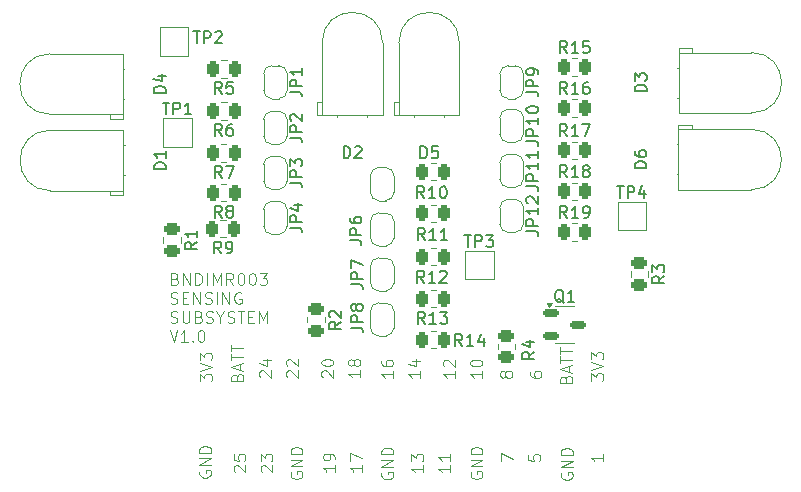
<source format=gbr>
%TF.GenerationSoftware,KiCad,Pcbnew,8.0.0*%
%TF.CreationDate,2024-03-24T12:33:32+02:00*%
%TF.ProjectId,Sensing systemV3,53656e73-696e-4672-9073-797374656d56,rev?*%
%TF.SameCoordinates,Original*%
%TF.FileFunction,Legend,Top*%
%TF.FilePolarity,Positive*%
%FSLAX46Y46*%
G04 Gerber Fmt 4.6, Leading zero omitted, Abs format (unit mm)*
G04 Created by KiCad (PCBNEW 8.0.0) date 2024-03-24 12:33:32*
%MOMM*%
%LPD*%
G01*
G04 APERTURE LIST*
G04 Aperture macros list*
%AMRoundRect*
0 Rectangle with rounded corners*
0 $1 Rounding radius*
0 $2 $3 $4 $5 $6 $7 $8 $9 X,Y pos of 4 corners*
0 Add a 4 corners polygon primitive as box body*
4,1,4,$2,$3,$4,$5,$6,$7,$8,$9,$2,$3,0*
0 Add four circle primitives for the rounded corners*
1,1,$1+$1,$2,$3*
1,1,$1+$1,$4,$5*
1,1,$1+$1,$6,$7*
1,1,$1+$1,$8,$9*
0 Add four rect primitives between the rounded corners*
20,1,$1+$1,$2,$3,$4,$5,0*
20,1,$1+$1,$4,$5,$6,$7,0*
20,1,$1+$1,$6,$7,$8,$9,0*
20,1,$1+$1,$8,$9,$2,$3,0*%
%AMFreePoly0*
4,1,19,0.500000,-0.750000,0.000000,-0.750000,0.000000,-0.744911,-0.071157,-0.744911,-0.207708,-0.704816,-0.327430,-0.627875,-0.420627,-0.520320,-0.479746,-0.390866,-0.500000,-0.250000,-0.500000,0.250000,-0.479746,0.390866,-0.420627,0.520320,-0.327430,0.627875,-0.207708,0.704816,-0.071157,0.744911,0.000000,0.744911,0.000000,0.750000,0.500000,0.750000,0.500000,-0.750000,0.500000,-0.750000,
$1*%
%AMFreePoly1*
4,1,19,0.000000,0.744911,0.071157,0.744911,0.207708,0.704816,0.327430,0.627875,0.420627,0.520320,0.479746,0.390866,0.500000,0.250000,0.500000,-0.250000,0.479746,-0.390866,0.420627,-0.520320,0.327430,-0.627875,0.207708,-0.704816,0.071157,-0.744911,0.000000,-0.744911,0.000000,-0.750000,-0.500000,-0.750000,-0.500000,0.750000,0.000000,0.750000,0.000000,0.744911,0.000000,0.744911,
$1*%
G04 Aperture macros list end*
%ADD10C,0.100000*%
%ADD11C,0.150000*%
%ADD12C,0.120000*%
%ADD13R,2.000000X2.000000*%
%ADD14RoundRect,0.250000X0.262500X0.450000X-0.262500X0.450000X-0.262500X-0.450000X0.262500X-0.450000X0*%
%ADD15RoundRect,0.250000X-0.450000X0.262500X-0.450000X-0.262500X0.450000X-0.262500X0.450000X0.262500X0*%
%ADD16FreePoly0,270.000000*%
%ADD17FreePoly1,270.000000*%
%ADD18RoundRect,0.250000X-0.262500X-0.450000X0.262500X-0.450000X0.262500X0.450000X-0.262500X0.450000X0*%
%ADD19R,1.800000X1.800000*%
%ADD20C,1.800000*%
%ADD21RoundRect,0.150000X-0.512500X-0.150000X0.512500X-0.150000X0.512500X0.150000X-0.512500X0.150000X0*%
%ADD22RoundRect,0.250000X0.450000X-0.262500X0.450000X0.262500X-0.450000X0.262500X-0.450000X-0.262500X0*%
%ADD23O,1.700000X1.700000*%
%ADD24R,1.700000X1.700000*%
G04 APERTURE END LIST*
D10*
X99913619Y-99892753D02*
X99913619Y-99273706D01*
X99913619Y-99273706D02*
X100294571Y-99607039D01*
X100294571Y-99607039D02*
X100294571Y-99464182D01*
X100294571Y-99464182D02*
X100342190Y-99368944D01*
X100342190Y-99368944D02*
X100389809Y-99321325D01*
X100389809Y-99321325D02*
X100485047Y-99273706D01*
X100485047Y-99273706D02*
X100723142Y-99273706D01*
X100723142Y-99273706D02*
X100818380Y-99321325D01*
X100818380Y-99321325D02*
X100866000Y-99368944D01*
X100866000Y-99368944D02*
X100913619Y-99464182D01*
X100913619Y-99464182D02*
X100913619Y-99749896D01*
X100913619Y-99749896D02*
X100866000Y-99845134D01*
X100866000Y-99845134D02*
X100818380Y-99892753D01*
X99913619Y-98987991D02*
X100913619Y-98654658D01*
X100913619Y-98654658D02*
X99913619Y-98321325D01*
X99913619Y-98083229D02*
X99913619Y-97464182D01*
X99913619Y-97464182D02*
X100294571Y-97797515D01*
X100294571Y-97797515D02*
X100294571Y-97654658D01*
X100294571Y-97654658D02*
X100342190Y-97559420D01*
X100342190Y-97559420D02*
X100389809Y-97511801D01*
X100389809Y-97511801D02*
X100485047Y-97464182D01*
X100485047Y-97464182D02*
X100723142Y-97464182D01*
X100723142Y-97464182D02*
X100818380Y-97511801D01*
X100818380Y-97511801D02*
X100866000Y-97559420D01*
X100866000Y-97559420D02*
X100913619Y-97654658D01*
X100913619Y-97654658D02*
X100913619Y-97940372D01*
X100913619Y-97940372D02*
X100866000Y-98035610D01*
X100866000Y-98035610D02*
X100818380Y-98083229D01*
X97748209Y-99768982D02*
X97795828Y-99626125D01*
X97795828Y-99626125D02*
X97843447Y-99578506D01*
X97843447Y-99578506D02*
X97938685Y-99530887D01*
X97938685Y-99530887D02*
X98081542Y-99530887D01*
X98081542Y-99530887D02*
X98176780Y-99578506D01*
X98176780Y-99578506D02*
X98224400Y-99626125D01*
X98224400Y-99626125D02*
X98272019Y-99721363D01*
X98272019Y-99721363D02*
X98272019Y-100102315D01*
X98272019Y-100102315D02*
X97272019Y-100102315D01*
X97272019Y-100102315D02*
X97272019Y-99768982D01*
X97272019Y-99768982D02*
X97319638Y-99673744D01*
X97319638Y-99673744D02*
X97367257Y-99626125D01*
X97367257Y-99626125D02*
X97462495Y-99578506D01*
X97462495Y-99578506D02*
X97557733Y-99578506D01*
X97557733Y-99578506D02*
X97652971Y-99626125D01*
X97652971Y-99626125D02*
X97700590Y-99673744D01*
X97700590Y-99673744D02*
X97748209Y-99768982D01*
X97748209Y-99768982D02*
X97748209Y-100102315D01*
X97986304Y-99149934D02*
X97986304Y-98673744D01*
X98272019Y-99245172D02*
X97272019Y-98911839D01*
X97272019Y-98911839D02*
X98272019Y-98578506D01*
X97272019Y-98388029D02*
X97272019Y-97816601D01*
X98272019Y-98102315D02*
X97272019Y-98102315D01*
X97272019Y-97626124D02*
X97272019Y-97054696D01*
X98272019Y-97340410D02*
X97272019Y-97340410D01*
X94681219Y-99165744D02*
X94681219Y-99356220D01*
X94681219Y-99356220D02*
X94728838Y-99451458D01*
X94728838Y-99451458D02*
X94776457Y-99499077D01*
X94776457Y-99499077D02*
X94919314Y-99594315D01*
X94919314Y-99594315D02*
X95109790Y-99641934D01*
X95109790Y-99641934D02*
X95490742Y-99641934D01*
X95490742Y-99641934D02*
X95585980Y-99594315D01*
X95585980Y-99594315D02*
X95633600Y-99546696D01*
X95633600Y-99546696D02*
X95681219Y-99451458D01*
X95681219Y-99451458D02*
X95681219Y-99260982D01*
X95681219Y-99260982D02*
X95633600Y-99165744D01*
X95633600Y-99165744D02*
X95585980Y-99118125D01*
X95585980Y-99118125D02*
X95490742Y-99070506D01*
X95490742Y-99070506D02*
X95252647Y-99070506D01*
X95252647Y-99070506D02*
X95157409Y-99118125D01*
X95157409Y-99118125D02*
X95109790Y-99165744D01*
X95109790Y-99165744D02*
X95062171Y-99260982D01*
X95062171Y-99260982D02*
X95062171Y-99451458D01*
X95062171Y-99451458D02*
X95109790Y-99546696D01*
X95109790Y-99546696D02*
X95157409Y-99594315D01*
X95157409Y-99594315D02*
X95252647Y-99641934D01*
X92620590Y-99451458D02*
X92572971Y-99546696D01*
X92572971Y-99546696D02*
X92525352Y-99594315D01*
X92525352Y-99594315D02*
X92430114Y-99641934D01*
X92430114Y-99641934D02*
X92382495Y-99641934D01*
X92382495Y-99641934D02*
X92287257Y-99594315D01*
X92287257Y-99594315D02*
X92239638Y-99546696D01*
X92239638Y-99546696D02*
X92192019Y-99451458D01*
X92192019Y-99451458D02*
X92192019Y-99260982D01*
X92192019Y-99260982D02*
X92239638Y-99165744D01*
X92239638Y-99165744D02*
X92287257Y-99118125D01*
X92287257Y-99118125D02*
X92382495Y-99070506D01*
X92382495Y-99070506D02*
X92430114Y-99070506D01*
X92430114Y-99070506D02*
X92525352Y-99118125D01*
X92525352Y-99118125D02*
X92572971Y-99165744D01*
X92572971Y-99165744D02*
X92620590Y-99260982D01*
X92620590Y-99260982D02*
X92620590Y-99451458D01*
X92620590Y-99451458D02*
X92668209Y-99546696D01*
X92668209Y-99546696D02*
X92715828Y-99594315D01*
X92715828Y-99594315D02*
X92811066Y-99641934D01*
X92811066Y-99641934D02*
X93001542Y-99641934D01*
X93001542Y-99641934D02*
X93096780Y-99594315D01*
X93096780Y-99594315D02*
X93144400Y-99546696D01*
X93144400Y-99546696D02*
X93192019Y-99451458D01*
X93192019Y-99451458D02*
X93192019Y-99260982D01*
X93192019Y-99260982D02*
X93144400Y-99165744D01*
X93144400Y-99165744D02*
X93096780Y-99118125D01*
X93096780Y-99118125D02*
X93001542Y-99070506D01*
X93001542Y-99070506D02*
X92811066Y-99070506D01*
X92811066Y-99070506D02*
X92715828Y-99118125D01*
X92715828Y-99118125D02*
X92668209Y-99165744D01*
X92668209Y-99165744D02*
X92620590Y-99260982D01*
X90652019Y-99070506D02*
X90652019Y-99641934D01*
X90652019Y-99356220D02*
X89652019Y-99356220D01*
X89652019Y-99356220D02*
X89794876Y-99451458D01*
X89794876Y-99451458D02*
X89890114Y-99546696D01*
X89890114Y-99546696D02*
X89937733Y-99641934D01*
X89652019Y-98451458D02*
X89652019Y-98356220D01*
X89652019Y-98356220D02*
X89699638Y-98260982D01*
X89699638Y-98260982D02*
X89747257Y-98213363D01*
X89747257Y-98213363D02*
X89842495Y-98165744D01*
X89842495Y-98165744D02*
X90032971Y-98118125D01*
X90032971Y-98118125D02*
X90271066Y-98118125D01*
X90271066Y-98118125D02*
X90461542Y-98165744D01*
X90461542Y-98165744D02*
X90556780Y-98213363D01*
X90556780Y-98213363D02*
X90604400Y-98260982D01*
X90604400Y-98260982D02*
X90652019Y-98356220D01*
X90652019Y-98356220D02*
X90652019Y-98451458D01*
X90652019Y-98451458D02*
X90604400Y-98546696D01*
X90604400Y-98546696D02*
X90556780Y-98594315D01*
X90556780Y-98594315D02*
X90461542Y-98641934D01*
X90461542Y-98641934D02*
X90271066Y-98689553D01*
X90271066Y-98689553D02*
X90032971Y-98689553D01*
X90032971Y-98689553D02*
X89842495Y-98641934D01*
X89842495Y-98641934D02*
X89747257Y-98594315D01*
X89747257Y-98594315D02*
X89699638Y-98546696D01*
X89699638Y-98546696D02*
X89652019Y-98451458D01*
X88366019Y-99070506D02*
X88366019Y-99641934D01*
X88366019Y-99356220D02*
X87366019Y-99356220D01*
X87366019Y-99356220D02*
X87508876Y-99451458D01*
X87508876Y-99451458D02*
X87604114Y-99546696D01*
X87604114Y-99546696D02*
X87651733Y-99641934D01*
X87461257Y-98689553D02*
X87413638Y-98641934D01*
X87413638Y-98641934D02*
X87366019Y-98546696D01*
X87366019Y-98546696D02*
X87366019Y-98308601D01*
X87366019Y-98308601D02*
X87413638Y-98213363D01*
X87413638Y-98213363D02*
X87461257Y-98165744D01*
X87461257Y-98165744D02*
X87556495Y-98118125D01*
X87556495Y-98118125D02*
X87651733Y-98118125D01*
X87651733Y-98118125D02*
X87794590Y-98165744D01*
X87794590Y-98165744D02*
X88366019Y-98737172D01*
X88366019Y-98737172D02*
X88366019Y-98118125D01*
X85394219Y-99070506D02*
X85394219Y-99641934D01*
X85394219Y-99356220D02*
X84394219Y-99356220D01*
X84394219Y-99356220D02*
X84537076Y-99451458D01*
X84537076Y-99451458D02*
X84632314Y-99546696D01*
X84632314Y-99546696D02*
X84679933Y-99641934D01*
X84727552Y-98213363D02*
X85394219Y-98213363D01*
X84346600Y-98451458D02*
X85060885Y-98689553D01*
X85060885Y-98689553D02*
X85060885Y-98070506D01*
X83108219Y-99070506D02*
X83108219Y-99641934D01*
X83108219Y-99356220D02*
X82108219Y-99356220D01*
X82108219Y-99356220D02*
X82251076Y-99451458D01*
X82251076Y-99451458D02*
X82346314Y-99546696D01*
X82346314Y-99546696D02*
X82393933Y-99641934D01*
X82108219Y-98213363D02*
X82108219Y-98403839D01*
X82108219Y-98403839D02*
X82155838Y-98499077D01*
X82155838Y-98499077D02*
X82203457Y-98546696D01*
X82203457Y-98546696D02*
X82346314Y-98641934D01*
X82346314Y-98641934D02*
X82536790Y-98689553D01*
X82536790Y-98689553D02*
X82917742Y-98689553D01*
X82917742Y-98689553D02*
X83012980Y-98641934D01*
X83012980Y-98641934D02*
X83060600Y-98594315D01*
X83060600Y-98594315D02*
X83108219Y-98499077D01*
X83108219Y-98499077D02*
X83108219Y-98308601D01*
X83108219Y-98308601D02*
X83060600Y-98213363D01*
X83060600Y-98213363D02*
X83012980Y-98165744D01*
X83012980Y-98165744D02*
X82917742Y-98118125D01*
X82917742Y-98118125D02*
X82679647Y-98118125D01*
X82679647Y-98118125D02*
X82584409Y-98165744D01*
X82584409Y-98165744D02*
X82536790Y-98213363D01*
X82536790Y-98213363D02*
X82489171Y-98308601D01*
X82489171Y-98308601D02*
X82489171Y-98499077D01*
X82489171Y-98499077D02*
X82536790Y-98594315D01*
X82536790Y-98594315D02*
X82584409Y-98641934D01*
X82584409Y-98641934D02*
X82679647Y-98689553D01*
X80339619Y-99019706D02*
X80339619Y-99591134D01*
X80339619Y-99305420D02*
X79339619Y-99305420D01*
X79339619Y-99305420D02*
X79482476Y-99400658D01*
X79482476Y-99400658D02*
X79577714Y-99495896D01*
X79577714Y-99495896D02*
X79625333Y-99591134D01*
X79768190Y-98448277D02*
X79720571Y-98543515D01*
X79720571Y-98543515D02*
X79672952Y-98591134D01*
X79672952Y-98591134D02*
X79577714Y-98638753D01*
X79577714Y-98638753D02*
X79530095Y-98638753D01*
X79530095Y-98638753D02*
X79434857Y-98591134D01*
X79434857Y-98591134D02*
X79387238Y-98543515D01*
X79387238Y-98543515D02*
X79339619Y-98448277D01*
X79339619Y-98448277D02*
X79339619Y-98257801D01*
X79339619Y-98257801D02*
X79387238Y-98162563D01*
X79387238Y-98162563D02*
X79434857Y-98114944D01*
X79434857Y-98114944D02*
X79530095Y-98067325D01*
X79530095Y-98067325D02*
X79577714Y-98067325D01*
X79577714Y-98067325D02*
X79672952Y-98114944D01*
X79672952Y-98114944D02*
X79720571Y-98162563D01*
X79720571Y-98162563D02*
X79768190Y-98257801D01*
X79768190Y-98257801D02*
X79768190Y-98448277D01*
X79768190Y-98448277D02*
X79815809Y-98543515D01*
X79815809Y-98543515D02*
X79863428Y-98591134D01*
X79863428Y-98591134D02*
X79958666Y-98638753D01*
X79958666Y-98638753D02*
X80149142Y-98638753D01*
X80149142Y-98638753D02*
X80244380Y-98591134D01*
X80244380Y-98591134D02*
X80292000Y-98543515D01*
X80292000Y-98543515D02*
X80339619Y-98448277D01*
X80339619Y-98448277D02*
X80339619Y-98257801D01*
X80339619Y-98257801D02*
X80292000Y-98162563D01*
X80292000Y-98162563D02*
X80244380Y-98114944D01*
X80244380Y-98114944D02*
X80149142Y-98067325D01*
X80149142Y-98067325D02*
X79958666Y-98067325D01*
X79958666Y-98067325D02*
X79863428Y-98114944D01*
X79863428Y-98114944D02*
X79815809Y-98162563D01*
X79815809Y-98162563D02*
X79768190Y-98257801D01*
X77148857Y-99591134D02*
X77101238Y-99543515D01*
X77101238Y-99543515D02*
X77053619Y-99448277D01*
X77053619Y-99448277D02*
X77053619Y-99210182D01*
X77053619Y-99210182D02*
X77101238Y-99114944D01*
X77101238Y-99114944D02*
X77148857Y-99067325D01*
X77148857Y-99067325D02*
X77244095Y-99019706D01*
X77244095Y-99019706D02*
X77339333Y-99019706D01*
X77339333Y-99019706D02*
X77482190Y-99067325D01*
X77482190Y-99067325D02*
X78053619Y-99638753D01*
X78053619Y-99638753D02*
X78053619Y-99019706D01*
X77053619Y-98400658D02*
X77053619Y-98305420D01*
X77053619Y-98305420D02*
X77101238Y-98210182D01*
X77101238Y-98210182D02*
X77148857Y-98162563D01*
X77148857Y-98162563D02*
X77244095Y-98114944D01*
X77244095Y-98114944D02*
X77434571Y-98067325D01*
X77434571Y-98067325D02*
X77672666Y-98067325D01*
X77672666Y-98067325D02*
X77863142Y-98114944D01*
X77863142Y-98114944D02*
X77958380Y-98162563D01*
X77958380Y-98162563D02*
X78006000Y-98210182D01*
X78006000Y-98210182D02*
X78053619Y-98305420D01*
X78053619Y-98305420D02*
X78053619Y-98400658D01*
X78053619Y-98400658D02*
X78006000Y-98495896D01*
X78006000Y-98495896D02*
X77958380Y-98543515D01*
X77958380Y-98543515D02*
X77863142Y-98591134D01*
X77863142Y-98591134D02*
X77672666Y-98638753D01*
X77672666Y-98638753D02*
X77434571Y-98638753D01*
X77434571Y-98638753D02*
X77244095Y-98591134D01*
X77244095Y-98591134D02*
X77148857Y-98543515D01*
X77148857Y-98543515D02*
X77101238Y-98495896D01*
X77101238Y-98495896D02*
X77053619Y-98400658D01*
X74177057Y-99591134D02*
X74129438Y-99543515D01*
X74129438Y-99543515D02*
X74081819Y-99448277D01*
X74081819Y-99448277D02*
X74081819Y-99210182D01*
X74081819Y-99210182D02*
X74129438Y-99114944D01*
X74129438Y-99114944D02*
X74177057Y-99067325D01*
X74177057Y-99067325D02*
X74272295Y-99019706D01*
X74272295Y-99019706D02*
X74367533Y-99019706D01*
X74367533Y-99019706D02*
X74510390Y-99067325D01*
X74510390Y-99067325D02*
X75081819Y-99638753D01*
X75081819Y-99638753D02*
X75081819Y-99019706D01*
X74177057Y-98638753D02*
X74129438Y-98591134D01*
X74129438Y-98591134D02*
X74081819Y-98495896D01*
X74081819Y-98495896D02*
X74081819Y-98257801D01*
X74081819Y-98257801D02*
X74129438Y-98162563D01*
X74129438Y-98162563D02*
X74177057Y-98114944D01*
X74177057Y-98114944D02*
X74272295Y-98067325D01*
X74272295Y-98067325D02*
X74367533Y-98067325D01*
X74367533Y-98067325D02*
X74510390Y-98114944D01*
X74510390Y-98114944D02*
X75081819Y-98686372D01*
X75081819Y-98686372D02*
X75081819Y-98067325D01*
X71891057Y-99591134D02*
X71843438Y-99543515D01*
X71843438Y-99543515D02*
X71795819Y-99448277D01*
X71795819Y-99448277D02*
X71795819Y-99210182D01*
X71795819Y-99210182D02*
X71843438Y-99114944D01*
X71843438Y-99114944D02*
X71891057Y-99067325D01*
X71891057Y-99067325D02*
X71986295Y-99019706D01*
X71986295Y-99019706D02*
X72081533Y-99019706D01*
X72081533Y-99019706D02*
X72224390Y-99067325D01*
X72224390Y-99067325D02*
X72795819Y-99638753D01*
X72795819Y-99638753D02*
X72795819Y-99019706D01*
X72129152Y-98162563D02*
X72795819Y-98162563D01*
X71748200Y-98400658D02*
X72462485Y-98638753D01*
X72462485Y-98638753D02*
X72462485Y-98019706D01*
X71992657Y-107617534D02*
X71945038Y-107569915D01*
X71945038Y-107569915D02*
X71897419Y-107474677D01*
X71897419Y-107474677D02*
X71897419Y-107236582D01*
X71897419Y-107236582D02*
X71945038Y-107141344D01*
X71945038Y-107141344D02*
X71992657Y-107093725D01*
X71992657Y-107093725D02*
X72087895Y-107046106D01*
X72087895Y-107046106D02*
X72183133Y-107046106D01*
X72183133Y-107046106D02*
X72325990Y-107093725D01*
X72325990Y-107093725D02*
X72897419Y-107665153D01*
X72897419Y-107665153D02*
X72897419Y-107046106D01*
X71897419Y-106712772D02*
X71897419Y-106093725D01*
X71897419Y-106093725D02*
X72278371Y-106427058D01*
X72278371Y-106427058D02*
X72278371Y-106284201D01*
X72278371Y-106284201D02*
X72325990Y-106188963D01*
X72325990Y-106188963D02*
X72373609Y-106141344D01*
X72373609Y-106141344D02*
X72468847Y-106093725D01*
X72468847Y-106093725D02*
X72706942Y-106093725D01*
X72706942Y-106093725D02*
X72802180Y-106141344D01*
X72802180Y-106141344D02*
X72849800Y-106188963D01*
X72849800Y-106188963D02*
X72897419Y-106284201D01*
X72897419Y-106284201D02*
X72897419Y-106569915D01*
X72897419Y-106569915D02*
X72849800Y-106665153D01*
X72849800Y-106665153D02*
X72802180Y-106712772D01*
X69706657Y-107617534D02*
X69659038Y-107569915D01*
X69659038Y-107569915D02*
X69611419Y-107474677D01*
X69611419Y-107474677D02*
X69611419Y-107236582D01*
X69611419Y-107236582D02*
X69659038Y-107141344D01*
X69659038Y-107141344D02*
X69706657Y-107093725D01*
X69706657Y-107093725D02*
X69801895Y-107046106D01*
X69801895Y-107046106D02*
X69897133Y-107046106D01*
X69897133Y-107046106D02*
X70039990Y-107093725D01*
X70039990Y-107093725D02*
X70611419Y-107665153D01*
X70611419Y-107665153D02*
X70611419Y-107046106D01*
X69611419Y-106141344D02*
X69611419Y-106617534D01*
X69611419Y-106617534D02*
X70087609Y-106665153D01*
X70087609Y-106665153D02*
X70039990Y-106617534D01*
X70039990Y-106617534D02*
X69992371Y-106522296D01*
X69992371Y-106522296D02*
X69992371Y-106284201D01*
X69992371Y-106284201D02*
X70039990Y-106188963D01*
X70039990Y-106188963D02*
X70087609Y-106141344D01*
X70087609Y-106141344D02*
X70182847Y-106093725D01*
X70182847Y-106093725D02*
X70420942Y-106093725D01*
X70420942Y-106093725D02*
X70516180Y-106141344D01*
X70516180Y-106141344D02*
X70563800Y-106188963D01*
X70563800Y-106188963D02*
X70611419Y-106284201D01*
X70611419Y-106284201D02*
X70611419Y-106522296D01*
X70611419Y-106522296D02*
X70563800Y-106617534D01*
X70563800Y-106617534D02*
X70516180Y-106665153D01*
X80466619Y-107020706D02*
X80466619Y-107592134D01*
X80466619Y-107306420D02*
X79466619Y-107306420D01*
X79466619Y-107306420D02*
X79609476Y-107401658D01*
X79609476Y-107401658D02*
X79704714Y-107496896D01*
X79704714Y-107496896D02*
X79752333Y-107592134D01*
X79466619Y-106687372D02*
X79466619Y-106020706D01*
X79466619Y-106020706D02*
X80466619Y-106449277D01*
X78180619Y-107020706D02*
X78180619Y-107592134D01*
X78180619Y-107306420D02*
X77180619Y-107306420D01*
X77180619Y-107306420D02*
X77323476Y-107401658D01*
X77323476Y-107401658D02*
X77418714Y-107496896D01*
X77418714Y-107496896D02*
X77466333Y-107592134D01*
X78180619Y-106544515D02*
X78180619Y-106354039D01*
X78180619Y-106354039D02*
X78133000Y-106258801D01*
X78133000Y-106258801D02*
X78085380Y-106211182D01*
X78085380Y-106211182D02*
X77942523Y-106115944D01*
X77942523Y-106115944D02*
X77752047Y-106068325D01*
X77752047Y-106068325D02*
X77371095Y-106068325D01*
X77371095Y-106068325D02*
X77275857Y-106115944D01*
X77275857Y-106115944D02*
X77228238Y-106163563D01*
X77228238Y-106163563D02*
X77180619Y-106258801D01*
X77180619Y-106258801D02*
X77180619Y-106449277D01*
X77180619Y-106449277D02*
X77228238Y-106544515D01*
X77228238Y-106544515D02*
X77275857Y-106592134D01*
X77275857Y-106592134D02*
X77371095Y-106639753D01*
X77371095Y-106639753D02*
X77609190Y-106639753D01*
X77609190Y-106639753D02*
X77704428Y-106592134D01*
X77704428Y-106592134D02*
X77752047Y-106544515D01*
X77752047Y-106544515D02*
X77799666Y-106449277D01*
X77799666Y-106449277D02*
X77799666Y-106258801D01*
X77799666Y-106258801D02*
X77752047Y-106163563D01*
X77752047Y-106163563D02*
X77704428Y-106115944D01*
X77704428Y-106115944D02*
X77609190Y-106068325D01*
X85673619Y-107046106D02*
X85673619Y-107617534D01*
X85673619Y-107331820D02*
X84673619Y-107331820D01*
X84673619Y-107331820D02*
X84816476Y-107427058D01*
X84816476Y-107427058D02*
X84911714Y-107522296D01*
X84911714Y-107522296D02*
X84959333Y-107617534D01*
X84673619Y-106712772D02*
X84673619Y-106093725D01*
X84673619Y-106093725D02*
X85054571Y-106427058D01*
X85054571Y-106427058D02*
X85054571Y-106284201D01*
X85054571Y-106284201D02*
X85102190Y-106188963D01*
X85102190Y-106188963D02*
X85149809Y-106141344D01*
X85149809Y-106141344D02*
X85245047Y-106093725D01*
X85245047Y-106093725D02*
X85483142Y-106093725D01*
X85483142Y-106093725D02*
X85578380Y-106141344D01*
X85578380Y-106141344D02*
X85626000Y-106188963D01*
X85626000Y-106188963D02*
X85673619Y-106284201D01*
X85673619Y-106284201D02*
X85673619Y-106569915D01*
X85673619Y-106569915D02*
X85626000Y-106665153D01*
X85626000Y-106665153D02*
X85578380Y-106712772D01*
X87959619Y-107046106D02*
X87959619Y-107617534D01*
X87959619Y-107331820D02*
X86959619Y-107331820D01*
X86959619Y-107331820D02*
X87102476Y-107427058D01*
X87102476Y-107427058D02*
X87197714Y-107522296D01*
X87197714Y-107522296D02*
X87245333Y-107617534D01*
X87959619Y-106093725D02*
X87959619Y-106665153D01*
X87959619Y-106379439D02*
X86959619Y-106379439D01*
X86959619Y-106379439D02*
X87102476Y-106474677D01*
X87102476Y-106474677D02*
X87197714Y-106569915D01*
X87197714Y-106569915D02*
X87245333Y-106665153D01*
X92293619Y-106725353D02*
X92293619Y-106058687D01*
X92293619Y-106058687D02*
X93293619Y-106487258D01*
X94579619Y-106153925D02*
X94579619Y-106630115D01*
X94579619Y-106630115D02*
X95055809Y-106677734D01*
X95055809Y-106677734D02*
X95008190Y-106630115D01*
X95008190Y-106630115D02*
X94960571Y-106534877D01*
X94960571Y-106534877D02*
X94960571Y-106296782D01*
X94960571Y-106296782D02*
X95008190Y-106201544D01*
X95008190Y-106201544D02*
X95055809Y-106153925D01*
X95055809Y-106153925D02*
X95151047Y-106106306D01*
X95151047Y-106106306D02*
X95389142Y-106106306D01*
X95389142Y-106106306D02*
X95484380Y-106153925D01*
X95484380Y-106153925D02*
X95532000Y-106201544D01*
X95532000Y-106201544D02*
X95579619Y-106296782D01*
X95579619Y-106296782D02*
X95579619Y-106534877D01*
X95579619Y-106534877D02*
X95532000Y-106630115D01*
X95532000Y-106630115D02*
X95484380Y-106677734D01*
X100862819Y-106131706D02*
X100862819Y-106703134D01*
X100862819Y-106417420D02*
X99862819Y-106417420D01*
X99862819Y-106417420D02*
X100005676Y-106512658D01*
X100005676Y-106512658D02*
X100100914Y-106607896D01*
X100100914Y-106607896D02*
X100148533Y-106703134D01*
X69909809Y-99565782D02*
X69957428Y-99422925D01*
X69957428Y-99422925D02*
X70005047Y-99375306D01*
X70005047Y-99375306D02*
X70100285Y-99327687D01*
X70100285Y-99327687D02*
X70243142Y-99327687D01*
X70243142Y-99327687D02*
X70338380Y-99375306D01*
X70338380Y-99375306D02*
X70386000Y-99422925D01*
X70386000Y-99422925D02*
X70433619Y-99518163D01*
X70433619Y-99518163D02*
X70433619Y-99899115D01*
X70433619Y-99899115D02*
X69433619Y-99899115D01*
X69433619Y-99899115D02*
X69433619Y-99565782D01*
X69433619Y-99565782D02*
X69481238Y-99470544D01*
X69481238Y-99470544D02*
X69528857Y-99422925D01*
X69528857Y-99422925D02*
X69624095Y-99375306D01*
X69624095Y-99375306D02*
X69719333Y-99375306D01*
X69719333Y-99375306D02*
X69814571Y-99422925D01*
X69814571Y-99422925D02*
X69862190Y-99470544D01*
X69862190Y-99470544D02*
X69909809Y-99565782D01*
X69909809Y-99565782D02*
X69909809Y-99899115D01*
X70147904Y-98946734D02*
X70147904Y-98470544D01*
X70433619Y-99041972D02*
X69433619Y-98708639D01*
X69433619Y-98708639D02*
X70433619Y-98375306D01*
X69433619Y-98184829D02*
X69433619Y-97613401D01*
X70433619Y-97899115D02*
X69433619Y-97899115D01*
X69433619Y-97422924D02*
X69433619Y-96851496D01*
X70433619Y-97137210D02*
X69433619Y-97137210D01*
X66766619Y-99943553D02*
X66766619Y-99324506D01*
X66766619Y-99324506D02*
X67147571Y-99657839D01*
X67147571Y-99657839D02*
X67147571Y-99514982D01*
X67147571Y-99514982D02*
X67195190Y-99419744D01*
X67195190Y-99419744D02*
X67242809Y-99372125D01*
X67242809Y-99372125D02*
X67338047Y-99324506D01*
X67338047Y-99324506D02*
X67576142Y-99324506D01*
X67576142Y-99324506D02*
X67671380Y-99372125D01*
X67671380Y-99372125D02*
X67719000Y-99419744D01*
X67719000Y-99419744D02*
X67766619Y-99514982D01*
X67766619Y-99514982D02*
X67766619Y-99800696D01*
X67766619Y-99800696D02*
X67719000Y-99895934D01*
X67719000Y-99895934D02*
X67671380Y-99943553D01*
X66766619Y-99038791D02*
X67766619Y-98705458D01*
X67766619Y-98705458D02*
X66766619Y-98372125D01*
X66766619Y-98134029D02*
X66766619Y-97514982D01*
X66766619Y-97514982D02*
X67147571Y-97848315D01*
X67147571Y-97848315D02*
X67147571Y-97705458D01*
X67147571Y-97705458D02*
X67195190Y-97610220D01*
X67195190Y-97610220D02*
X67242809Y-97562601D01*
X67242809Y-97562601D02*
X67338047Y-97514982D01*
X67338047Y-97514982D02*
X67576142Y-97514982D01*
X67576142Y-97514982D02*
X67671380Y-97562601D01*
X67671380Y-97562601D02*
X67719000Y-97610220D01*
X67719000Y-97610220D02*
X67766619Y-97705458D01*
X67766619Y-97705458D02*
X67766619Y-97991172D01*
X67766619Y-97991172D02*
X67719000Y-98086410D01*
X67719000Y-98086410D02*
X67671380Y-98134029D01*
X66763438Y-107528706D02*
X66715819Y-107623944D01*
X66715819Y-107623944D02*
X66715819Y-107766801D01*
X66715819Y-107766801D02*
X66763438Y-107909658D01*
X66763438Y-107909658D02*
X66858676Y-108004896D01*
X66858676Y-108004896D02*
X66953914Y-108052515D01*
X66953914Y-108052515D02*
X67144390Y-108100134D01*
X67144390Y-108100134D02*
X67287247Y-108100134D01*
X67287247Y-108100134D02*
X67477723Y-108052515D01*
X67477723Y-108052515D02*
X67572961Y-108004896D01*
X67572961Y-108004896D02*
X67668200Y-107909658D01*
X67668200Y-107909658D02*
X67715819Y-107766801D01*
X67715819Y-107766801D02*
X67715819Y-107671563D01*
X67715819Y-107671563D02*
X67668200Y-107528706D01*
X67668200Y-107528706D02*
X67620580Y-107481087D01*
X67620580Y-107481087D02*
X67287247Y-107481087D01*
X67287247Y-107481087D02*
X67287247Y-107671563D01*
X67715819Y-107052515D02*
X66715819Y-107052515D01*
X66715819Y-107052515D02*
X67715819Y-106481087D01*
X67715819Y-106481087D02*
X66715819Y-106481087D01*
X67715819Y-106004896D02*
X66715819Y-106004896D01*
X66715819Y-106004896D02*
X66715819Y-105766801D01*
X66715819Y-105766801D02*
X66763438Y-105623944D01*
X66763438Y-105623944D02*
X66858676Y-105528706D01*
X66858676Y-105528706D02*
X66953914Y-105481087D01*
X66953914Y-105481087D02*
X67144390Y-105433468D01*
X67144390Y-105433468D02*
X67287247Y-105433468D01*
X67287247Y-105433468D02*
X67477723Y-105481087D01*
X67477723Y-105481087D02*
X67572961Y-105528706D01*
X67572961Y-105528706D02*
X67668200Y-105623944D01*
X67668200Y-105623944D02*
X67715819Y-105766801D01*
X67715819Y-105766801D02*
X67715819Y-106004896D01*
X74485038Y-107630306D02*
X74437419Y-107725544D01*
X74437419Y-107725544D02*
X74437419Y-107868401D01*
X74437419Y-107868401D02*
X74485038Y-108011258D01*
X74485038Y-108011258D02*
X74580276Y-108106496D01*
X74580276Y-108106496D02*
X74675514Y-108154115D01*
X74675514Y-108154115D02*
X74865990Y-108201734D01*
X74865990Y-108201734D02*
X75008847Y-108201734D01*
X75008847Y-108201734D02*
X75199323Y-108154115D01*
X75199323Y-108154115D02*
X75294561Y-108106496D01*
X75294561Y-108106496D02*
X75389800Y-108011258D01*
X75389800Y-108011258D02*
X75437419Y-107868401D01*
X75437419Y-107868401D02*
X75437419Y-107773163D01*
X75437419Y-107773163D02*
X75389800Y-107630306D01*
X75389800Y-107630306D02*
X75342180Y-107582687D01*
X75342180Y-107582687D02*
X75008847Y-107582687D01*
X75008847Y-107582687D02*
X75008847Y-107773163D01*
X75437419Y-107154115D02*
X74437419Y-107154115D01*
X74437419Y-107154115D02*
X75437419Y-106582687D01*
X75437419Y-106582687D02*
X74437419Y-106582687D01*
X75437419Y-106106496D02*
X74437419Y-106106496D01*
X74437419Y-106106496D02*
X74437419Y-105868401D01*
X74437419Y-105868401D02*
X74485038Y-105725544D01*
X74485038Y-105725544D02*
X74580276Y-105630306D01*
X74580276Y-105630306D02*
X74675514Y-105582687D01*
X74675514Y-105582687D02*
X74865990Y-105535068D01*
X74865990Y-105535068D02*
X75008847Y-105535068D01*
X75008847Y-105535068D02*
X75199323Y-105582687D01*
X75199323Y-105582687D02*
X75294561Y-105630306D01*
X75294561Y-105630306D02*
X75389800Y-105725544D01*
X75389800Y-105725544D02*
X75437419Y-105868401D01*
X75437419Y-105868401D02*
X75437419Y-106106496D01*
X82181238Y-107655706D02*
X82133619Y-107750944D01*
X82133619Y-107750944D02*
X82133619Y-107893801D01*
X82133619Y-107893801D02*
X82181238Y-108036658D01*
X82181238Y-108036658D02*
X82276476Y-108131896D01*
X82276476Y-108131896D02*
X82371714Y-108179515D01*
X82371714Y-108179515D02*
X82562190Y-108227134D01*
X82562190Y-108227134D02*
X82705047Y-108227134D01*
X82705047Y-108227134D02*
X82895523Y-108179515D01*
X82895523Y-108179515D02*
X82990761Y-108131896D01*
X82990761Y-108131896D02*
X83086000Y-108036658D01*
X83086000Y-108036658D02*
X83133619Y-107893801D01*
X83133619Y-107893801D02*
X83133619Y-107798563D01*
X83133619Y-107798563D02*
X83086000Y-107655706D01*
X83086000Y-107655706D02*
X83038380Y-107608087D01*
X83038380Y-107608087D02*
X82705047Y-107608087D01*
X82705047Y-107608087D02*
X82705047Y-107798563D01*
X83133619Y-107179515D02*
X82133619Y-107179515D01*
X82133619Y-107179515D02*
X83133619Y-106608087D01*
X83133619Y-106608087D02*
X82133619Y-106608087D01*
X83133619Y-106131896D02*
X82133619Y-106131896D01*
X82133619Y-106131896D02*
X82133619Y-105893801D01*
X82133619Y-105893801D02*
X82181238Y-105750944D01*
X82181238Y-105750944D02*
X82276476Y-105655706D01*
X82276476Y-105655706D02*
X82371714Y-105608087D01*
X82371714Y-105608087D02*
X82562190Y-105560468D01*
X82562190Y-105560468D02*
X82705047Y-105560468D01*
X82705047Y-105560468D02*
X82895523Y-105608087D01*
X82895523Y-105608087D02*
X82990761Y-105655706D01*
X82990761Y-105655706D02*
X83086000Y-105750944D01*
X83086000Y-105750944D02*
X83133619Y-105893801D01*
X83133619Y-105893801D02*
X83133619Y-106131896D01*
X89725038Y-107630306D02*
X89677419Y-107725544D01*
X89677419Y-107725544D02*
X89677419Y-107868401D01*
X89677419Y-107868401D02*
X89725038Y-108011258D01*
X89725038Y-108011258D02*
X89820276Y-108106496D01*
X89820276Y-108106496D02*
X89915514Y-108154115D01*
X89915514Y-108154115D02*
X90105990Y-108201734D01*
X90105990Y-108201734D02*
X90248847Y-108201734D01*
X90248847Y-108201734D02*
X90439323Y-108154115D01*
X90439323Y-108154115D02*
X90534561Y-108106496D01*
X90534561Y-108106496D02*
X90629800Y-108011258D01*
X90629800Y-108011258D02*
X90677419Y-107868401D01*
X90677419Y-107868401D02*
X90677419Y-107773163D01*
X90677419Y-107773163D02*
X90629800Y-107630306D01*
X90629800Y-107630306D02*
X90582180Y-107582687D01*
X90582180Y-107582687D02*
X90248847Y-107582687D01*
X90248847Y-107582687D02*
X90248847Y-107773163D01*
X90677419Y-107154115D02*
X89677419Y-107154115D01*
X89677419Y-107154115D02*
X90677419Y-106582687D01*
X90677419Y-106582687D02*
X89677419Y-106582687D01*
X90677419Y-106106496D02*
X89677419Y-106106496D01*
X89677419Y-106106496D02*
X89677419Y-105868401D01*
X89677419Y-105868401D02*
X89725038Y-105725544D01*
X89725038Y-105725544D02*
X89820276Y-105630306D01*
X89820276Y-105630306D02*
X89915514Y-105582687D01*
X89915514Y-105582687D02*
X90105990Y-105535068D01*
X90105990Y-105535068D02*
X90248847Y-105535068D01*
X90248847Y-105535068D02*
X90439323Y-105582687D01*
X90439323Y-105582687D02*
X90534561Y-105630306D01*
X90534561Y-105630306D02*
X90629800Y-105725544D01*
X90629800Y-105725544D02*
X90677419Y-105868401D01*
X90677419Y-105868401D02*
X90677419Y-106106496D01*
X97370438Y-107706506D02*
X97322819Y-107801744D01*
X97322819Y-107801744D02*
X97322819Y-107944601D01*
X97322819Y-107944601D02*
X97370438Y-108087458D01*
X97370438Y-108087458D02*
X97465676Y-108182696D01*
X97465676Y-108182696D02*
X97560914Y-108230315D01*
X97560914Y-108230315D02*
X97751390Y-108277934D01*
X97751390Y-108277934D02*
X97894247Y-108277934D01*
X97894247Y-108277934D02*
X98084723Y-108230315D01*
X98084723Y-108230315D02*
X98179961Y-108182696D01*
X98179961Y-108182696D02*
X98275200Y-108087458D01*
X98275200Y-108087458D02*
X98322819Y-107944601D01*
X98322819Y-107944601D02*
X98322819Y-107849363D01*
X98322819Y-107849363D02*
X98275200Y-107706506D01*
X98275200Y-107706506D02*
X98227580Y-107658887D01*
X98227580Y-107658887D02*
X97894247Y-107658887D01*
X97894247Y-107658887D02*
X97894247Y-107849363D01*
X98322819Y-107230315D02*
X97322819Y-107230315D01*
X97322819Y-107230315D02*
X98322819Y-106658887D01*
X98322819Y-106658887D02*
X97322819Y-106658887D01*
X98322819Y-106182696D02*
X97322819Y-106182696D01*
X97322819Y-106182696D02*
X97322819Y-105944601D01*
X97322819Y-105944601D02*
X97370438Y-105801744D01*
X97370438Y-105801744D02*
X97465676Y-105706506D01*
X97465676Y-105706506D02*
X97560914Y-105658887D01*
X97560914Y-105658887D02*
X97751390Y-105611268D01*
X97751390Y-105611268D02*
X97894247Y-105611268D01*
X97894247Y-105611268D02*
X98084723Y-105658887D01*
X98084723Y-105658887D02*
X98179961Y-105706506D01*
X98179961Y-105706506D02*
X98275200Y-105801744D01*
X98275200Y-105801744D02*
X98322819Y-105944601D01*
X98322819Y-105944601D02*
X98322819Y-106182696D01*
X64670617Y-91267377D02*
X64813474Y-91314996D01*
X64813474Y-91314996D02*
X64861093Y-91362615D01*
X64861093Y-91362615D02*
X64908712Y-91457853D01*
X64908712Y-91457853D02*
X64908712Y-91600710D01*
X64908712Y-91600710D02*
X64861093Y-91695948D01*
X64861093Y-91695948D02*
X64813474Y-91743568D01*
X64813474Y-91743568D02*
X64718236Y-91791187D01*
X64718236Y-91791187D02*
X64337284Y-91791187D01*
X64337284Y-91791187D02*
X64337284Y-90791187D01*
X64337284Y-90791187D02*
X64670617Y-90791187D01*
X64670617Y-90791187D02*
X64765855Y-90838806D01*
X64765855Y-90838806D02*
X64813474Y-90886425D01*
X64813474Y-90886425D02*
X64861093Y-90981663D01*
X64861093Y-90981663D02*
X64861093Y-91076901D01*
X64861093Y-91076901D02*
X64813474Y-91172139D01*
X64813474Y-91172139D02*
X64765855Y-91219758D01*
X64765855Y-91219758D02*
X64670617Y-91267377D01*
X64670617Y-91267377D02*
X64337284Y-91267377D01*
X65337284Y-91791187D02*
X65337284Y-90791187D01*
X65337284Y-90791187D02*
X65908712Y-91791187D01*
X65908712Y-91791187D02*
X65908712Y-90791187D01*
X66384903Y-91791187D02*
X66384903Y-90791187D01*
X66384903Y-90791187D02*
X66622998Y-90791187D01*
X66622998Y-90791187D02*
X66765855Y-90838806D01*
X66765855Y-90838806D02*
X66861093Y-90934044D01*
X66861093Y-90934044D02*
X66908712Y-91029282D01*
X66908712Y-91029282D02*
X66956331Y-91219758D01*
X66956331Y-91219758D02*
X66956331Y-91362615D01*
X66956331Y-91362615D02*
X66908712Y-91553091D01*
X66908712Y-91553091D02*
X66861093Y-91648329D01*
X66861093Y-91648329D02*
X66765855Y-91743568D01*
X66765855Y-91743568D02*
X66622998Y-91791187D01*
X66622998Y-91791187D02*
X66384903Y-91791187D01*
X67384903Y-91791187D02*
X67384903Y-90791187D01*
X67861093Y-91791187D02*
X67861093Y-90791187D01*
X67861093Y-90791187D02*
X68194426Y-91505472D01*
X68194426Y-91505472D02*
X68527759Y-90791187D01*
X68527759Y-90791187D02*
X68527759Y-91791187D01*
X69575378Y-91791187D02*
X69242045Y-91314996D01*
X69003950Y-91791187D02*
X69003950Y-90791187D01*
X69003950Y-90791187D02*
X69384902Y-90791187D01*
X69384902Y-90791187D02*
X69480140Y-90838806D01*
X69480140Y-90838806D02*
X69527759Y-90886425D01*
X69527759Y-90886425D02*
X69575378Y-90981663D01*
X69575378Y-90981663D02*
X69575378Y-91124520D01*
X69575378Y-91124520D02*
X69527759Y-91219758D01*
X69527759Y-91219758D02*
X69480140Y-91267377D01*
X69480140Y-91267377D02*
X69384902Y-91314996D01*
X69384902Y-91314996D02*
X69003950Y-91314996D01*
X70194426Y-90791187D02*
X70289664Y-90791187D01*
X70289664Y-90791187D02*
X70384902Y-90838806D01*
X70384902Y-90838806D02*
X70432521Y-90886425D01*
X70432521Y-90886425D02*
X70480140Y-90981663D01*
X70480140Y-90981663D02*
X70527759Y-91172139D01*
X70527759Y-91172139D02*
X70527759Y-91410234D01*
X70527759Y-91410234D02*
X70480140Y-91600710D01*
X70480140Y-91600710D02*
X70432521Y-91695948D01*
X70432521Y-91695948D02*
X70384902Y-91743568D01*
X70384902Y-91743568D02*
X70289664Y-91791187D01*
X70289664Y-91791187D02*
X70194426Y-91791187D01*
X70194426Y-91791187D02*
X70099188Y-91743568D01*
X70099188Y-91743568D02*
X70051569Y-91695948D01*
X70051569Y-91695948D02*
X70003950Y-91600710D01*
X70003950Y-91600710D02*
X69956331Y-91410234D01*
X69956331Y-91410234D02*
X69956331Y-91172139D01*
X69956331Y-91172139D02*
X70003950Y-90981663D01*
X70003950Y-90981663D02*
X70051569Y-90886425D01*
X70051569Y-90886425D02*
X70099188Y-90838806D01*
X70099188Y-90838806D02*
X70194426Y-90791187D01*
X71146807Y-90791187D02*
X71242045Y-90791187D01*
X71242045Y-90791187D02*
X71337283Y-90838806D01*
X71337283Y-90838806D02*
X71384902Y-90886425D01*
X71384902Y-90886425D02*
X71432521Y-90981663D01*
X71432521Y-90981663D02*
X71480140Y-91172139D01*
X71480140Y-91172139D02*
X71480140Y-91410234D01*
X71480140Y-91410234D02*
X71432521Y-91600710D01*
X71432521Y-91600710D02*
X71384902Y-91695948D01*
X71384902Y-91695948D02*
X71337283Y-91743568D01*
X71337283Y-91743568D02*
X71242045Y-91791187D01*
X71242045Y-91791187D02*
X71146807Y-91791187D01*
X71146807Y-91791187D02*
X71051569Y-91743568D01*
X71051569Y-91743568D02*
X71003950Y-91695948D01*
X71003950Y-91695948D02*
X70956331Y-91600710D01*
X70956331Y-91600710D02*
X70908712Y-91410234D01*
X70908712Y-91410234D02*
X70908712Y-91172139D01*
X70908712Y-91172139D02*
X70956331Y-90981663D01*
X70956331Y-90981663D02*
X71003950Y-90886425D01*
X71003950Y-90886425D02*
X71051569Y-90838806D01*
X71051569Y-90838806D02*
X71146807Y-90791187D01*
X71813474Y-90791187D02*
X72432521Y-90791187D01*
X72432521Y-90791187D02*
X72099188Y-91172139D01*
X72099188Y-91172139D02*
X72242045Y-91172139D01*
X72242045Y-91172139D02*
X72337283Y-91219758D01*
X72337283Y-91219758D02*
X72384902Y-91267377D01*
X72384902Y-91267377D02*
X72432521Y-91362615D01*
X72432521Y-91362615D02*
X72432521Y-91600710D01*
X72432521Y-91600710D02*
X72384902Y-91695948D01*
X72384902Y-91695948D02*
X72337283Y-91743568D01*
X72337283Y-91743568D02*
X72242045Y-91791187D01*
X72242045Y-91791187D02*
X71956331Y-91791187D01*
X71956331Y-91791187D02*
X71861093Y-91743568D01*
X71861093Y-91743568D02*
X71813474Y-91695948D01*
X64289665Y-93353512D02*
X64432522Y-93401131D01*
X64432522Y-93401131D02*
X64670617Y-93401131D01*
X64670617Y-93401131D02*
X64765855Y-93353512D01*
X64765855Y-93353512D02*
X64813474Y-93305892D01*
X64813474Y-93305892D02*
X64861093Y-93210654D01*
X64861093Y-93210654D02*
X64861093Y-93115416D01*
X64861093Y-93115416D02*
X64813474Y-93020178D01*
X64813474Y-93020178D02*
X64765855Y-92972559D01*
X64765855Y-92972559D02*
X64670617Y-92924940D01*
X64670617Y-92924940D02*
X64480141Y-92877321D01*
X64480141Y-92877321D02*
X64384903Y-92829702D01*
X64384903Y-92829702D02*
X64337284Y-92782083D01*
X64337284Y-92782083D02*
X64289665Y-92686845D01*
X64289665Y-92686845D02*
X64289665Y-92591607D01*
X64289665Y-92591607D02*
X64337284Y-92496369D01*
X64337284Y-92496369D02*
X64384903Y-92448750D01*
X64384903Y-92448750D02*
X64480141Y-92401131D01*
X64480141Y-92401131D02*
X64718236Y-92401131D01*
X64718236Y-92401131D02*
X64861093Y-92448750D01*
X65289665Y-92877321D02*
X65622998Y-92877321D01*
X65765855Y-93401131D02*
X65289665Y-93401131D01*
X65289665Y-93401131D02*
X65289665Y-92401131D01*
X65289665Y-92401131D02*
X65765855Y-92401131D01*
X66194427Y-93401131D02*
X66194427Y-92401131D01*
X66194427Y-92401131D02*
X66765855Y-93401131D01*
X66765855Y-93401131D02*
X66765855Y-92401131D01*
X67194427Y-93353512D02*
X67337284Y-93401131D01*
X67337284Y-93401131D02*
X67575379Y-93401131D01*
X67575379Y-93401131D02*
X67670617Y-93353512D01*
X67670617Y-93353512D02*
X67718236Y-93305892D01*
X67718236Y-93305892D02*
X67765855Y-93210654D01*
X67765855Y-93210654D02*
X67765855Y-93115416D01*
X67765855Y-93115416D02*
X67718236Y-93020178D01*
X67718236Y-93020178D02*
X67670617Y-92972559D01*
X67670617Y-92972559D02*
X67575379Y-92924940D01*
X67575379Y-92924940D02*
X67384903Y-92877321D01*
X67384903Y-92877321D02*
X67289665Y-92829702D01*
X67289665Y-92829702D02*
X67242046Y-92782083D01*
X67242046Y-92782083D02*
X67194427Y-92686845D01*
X67194427Y-92686845D02*
X67194427Y-92591607D01*
X67194427Y-92591607D02*
X67242046Y-92496369D01*
X67242046Y-92496369D02*
X67289665Y-92448750D01*
X67289665Y-92448750D02*
X67384903Y-92401131D01*
X67384903Y-92401131D02*
X67622998Y-92401131D01*
X67622998Y-92401131D02*
X67765855Y-92448750D01*
X68194427Y-93401131D02*
X68194427Y-92401131D01*
X68670617Y-93401131D02*
X68670617Y-92401131D01*
X68670617Y-92401131D02*
X69242045Y-93401131D01*
X69242045Y-93401131D02*
X69242045Y-92401131D01*
X70242045Y-92448750D02*
X70146807Y-92401131D01*
X70146807Y-92401131D02*
X70003950Y-92401131D01*
X70003950Y-92401131D02*
X69861093Y-92448750D01*
X69861093Y-92448750D02*
X69765855Y-92543988D01*
X69765855Y-92543988D02*
X69718236Y-92639226D01*
X69718236Y-92639226D02*
X69670617Y-92829702D01*
X69670617Y-92829702D02*
X69670617Y-92972559D01*
X69670617Y-92972559D02*
X69718236Y-93163035D01*
X69718236Y-93163035D02*
X69765855Y-93258273D01*
X69765855Y-93258273D02*
X69861093Y-93353512D01*
X69861093Y-93353512D02*
X70003950Y-93401131D01*
X70003950Y-93401131D02*
X70099188Y-93401131D01*
X70099188Y-93401131D02*
X70242045Y-93353512D01*
X70242045Y-93353512D02*
X70289664Y-93305892D01*
X70289664Y-93305892D02*
X70289664Y-92972559D01*
X70289664Y-92972559D02*
X70099188Y-92972559D01*
X64289665Y-94963456D02*
X64432522Y-95011075D01*
X64432522Y-95011075D02*
X64670617Y-95011075D01*
X64670617Y-95011075D02*
X64765855Y-94963456D01*
X64765855Y-94963456D02*
X64813474Y-94915836D01*
X64813474Y-94915836D02*
X64861093Y-94820598D01*
X64861093Y-94820598D02*
X64861093Y-94725360D01*
X64861093Y-94725360D02*
X64813474Y-94630122D01*
X64813474Y-94630122D02*
X64765855Y-94582503D01*
X64765855Y-94582503D02*
X64670617Y-94534884D01*
X64670617Y-94534884D02*
X64480141Y-94487265D01*
X64480141Y-94487265D02*
X64384903Y-94439646D01*
X64384903Y-94439646D02*
X64337284Y-94392027D01*
X64337284Y-94392027D02*
X64289665Y-94296789D01*
X64289665Y-94296789D02*
X64289665Y-94201551D01*
X64289665Y-94201551D02*
X64337284Y-94106313D01*
X64337284Y-94106313D02*
X64384903Y-94058694D01*
X64384903Y-94058694D02*
X64480141Y-94011075D01*
X64480141Y-94011075D02*
X64718236Y-94011075D01*
X64718236Y-94011075D02*
X64861093Y-94058694D01*
X65289665Y-94011075D02*
X65289665Y-94820598D01*
X65289665Y-94820598D02*
X65337284Y-94915836D01*
X65337284Y-94915836D02*
X65384903Y-94963456D01*
X65384903Y-94963456D02*
X65480141Y-95011075D01*
X65480141Y-95011075D02*
X65670617Y-95011075D01*
X65670617Y-95011075D02*
X65765855Y-94963456D01*
X65765855Y-94963456D02*
X65813474Y-94915836D01*
X65813474Y-94915836D02*
X65861093Y-94820598D01*
X65861093Y-94820598D02*
X65861093Y-94011075D01*
X66670617Y-94487265D02*
X66813474Y-94534884D01*
X66813474Y-94534884D02*
X66861093Y-94582503D01*
X66861093Y-94582503D02*
X66908712Y-94677741D01*
X66908712Y-94677741D02*
X66908712Y-94820598D01*
X66908712Y-94820598D02*
X66861093Y-94915836D01*
X66861093Y-94915836D02*
X66813474Y-94963456D01*
X66813474Y-94963456D02*
X66718236Y-95011075D01*
X66718236Y-95011075D02*
X66337284Y-95011075D01*
X66337284Y-95011075D02*
X66337284Y-94011075D01*
X66337284Y-94011075D02*
X66670617Y-94011075D01*
X66670617Y-94011075D02*
X66765855Y-94058694D01*
X66765855Y-94058694D02*
X66813474Y-94106313D01*
X66813474Y-94106313D02*
X66861093Y-94201551D01*
X66861093Y-94201551D02*
X66861093Y-94296789D01*
X66861093Y-94296789D02*
X66813474Y-94392027D01*
X66813474Y-94392027D02*
X66765855Y-94439646D01*
X66765855Y-94439646D02*
X66670617Y-94487265D01*
X66670617Y-94487265D02*
X66337284Y-94487265D01*
X67289665Y-94963456D02*
X67432522Y-95011075D01*
X67432522Y-95011075D02*
X67670617Y-95011075D01*
X67670617Y-95011075D02*
X67765855Y-94963456D01*
X67765855Y-94963456D02*
X67813474Y-94915836D01*
X67813474Y-94915836D02*
X67861093Y-94820598D01*
X67861093Y-94820598D02*
X67861093Y-94725360D01*
X67861093Y-94725360D02*
X67813474Y-94630122D01*
X67813474Y-94630122D02*
X67765855Y-94582503D01*
X67765855Y-94582503D02*
X67670617Y-94534884D01*
X67670617Y-94534884D02*
X67480141Y-94487265D01*
X67480141Y-94487265D02*
X67384903Y-94439646D01*
X67384903Y-94439646D02*
X67337284Y-94392027D01*
X67337284Y-94392027D02*
X67289665Y-94296789D01*
X67289665Y-94296789D02*
X67289665Y-94201551D01*
X67289665Y-94201551D02*
X67337284Y-94106313D01*
X67337284Y-94106313D02*
X67384903Y-94058694D01*
X67384903Y-94058694D02*
X67480141Y-94011075D01*
X67480141Y-94011075D02*
X67718236Y-94011075D01*
X67718236Y-94011075D02*
X67861093Y-94058694D01*
X68480141Y-94534884D02*
X68480141Y-95011075D01*
X68146808Y-94011075D02*
X68480141Y-94534884D01*
X68480141Y-94534884D02*
X68813474Y-94011075D01*
X69099189Y-94963456D02*
X69242046Y-95011075D01*
X69242046Y-95011075D02*
X69480141Y-95011075D01*
X69480141Y-95011075D02*
X69575379Y-94963456D01*
X69575379Y-94963456D02*
X69622998Y-94915836D01*
X69622998Y-94915836D02*
X69670617Y-94820598D01*
X69670617Y-94820598D02*
X69670617Y-94725360D01*
X69670617Y-94725360D02*
X69622998Y-94630122D01*
X69622998Y-94630122D02*
X69575379Y-94582503D01*
X69575379Y-94582503D02*
X69480141Y-94534884D01*
X69480141Y-94534884D02*
X69289665Y-94487265D01*
X69289665Y-94487265D02*
X69194427Y-94439646D01*
X69194427Y-94439646D02*
X69146808Y-94392027D01*
X69146808Y-94392027D02*
X69099189Y-94296789D01*
X69099189Y-94296789D02*
X69099189Y-94201551D01*
X69099189Y-94201551D02*
X69146808Y-94106313D01*
X69146808Y-94106313D02*
X69194427Y-94058694D01*
X69194427Y-94058694D02*
X69289665Y-94011075D01*
X69289665Y-94011075D02*
X69527760Y-94011075D01*
X69527760Y-94011075D02*
X69670617Y-94058694D01*
X69956332Y-94011075D02*
X70527760Y-94011075D01*
X70242046Y-95011075D02*
X70242046Y-94011075D01*
X70861094Y-94487265D02*
X71194427Y-94487265D01*
X71337284Y-95011075D02*
X70861094Y-95011075D01*
X70861094Y-95011075D02*
X70861094Y-94011075D01*
X70861094Y-94011075D02*
X71337284Y-94011075D01*
X71765856Y-95011075D02*
X71765856Y-94011075D01*
X71765856Y-94011075D02*
X72099189Y-94725360D01*
X72099189Y-94725360D02*
X72432522Y-94011075D01*
X72432522Y-94011075D02*
X72432522Y-95011075D01*
X64194427Y-95621019D02*
X64527760Y-96621019D01*
X64527760Y-96621019D02*
X64861093Y-95621019D01*
X65718236Y-96621019D02*
X65146808Y-96621019D01*
X65432522Y-96621019D02*
X65432522Y-95621019D01*
X65432522Y-95621019D02*
X65337284Y-95763876D01*
X65337284Y-95763876D02*
X65242046Y-95859114D01*
X65242046Y-95859114D02*
X65146808Y-95906733D01*
X66146808Y-96525780D02*
X66194427Y-96573400D01*
X66194427Y-96573400D02*
X66146808Y-96621019D01*
X66146808Y-96621019D02*
X66099189Y-96573400D01*
X66099189Y-96573400D02*
X66146808Y-96525780D01*
X66146808Y-96525780D02*
X66146808Y-96621019D01*
X66813474Y-95621019D02*
X66908712Y-95621019D01*
X66908712Y-95621019D02*
X67003950Y-95668638D01*
X67003950Y-95668638D02*
X67051569Y-95716257D01*
X67051569Y-95716257D02*
X67099188Y-95811495D01*
X67099188Y-95811495D02*
X67146807Y-96001971D01*
X67146807Y-96001971D02*
X67146807Y-96240066D01*
X67146807Y-96240066D02*
X67099188Y-96430542D01*
X67099188Y-96430542D02*
X67051569Y-96525780D01*
X67051569Y-96525780D02*
X67003950Y-96573400D01*
X67003950Y-96573400D02*
X66908712Y-96621019D01*
X66908712Y-96621019D02*
X66813474Y-96621019D01*
X66813474Y-96621019D02*
X66718236Y-96573400D01*
X66718236Y-96573400D02*
X66670617Y-96525780D01*
X66670617Y-96525780D02*
X66622998Y-96430542D01*
X66622998Y-96430542D02*
X66575379Y-96240066D01*
X66575379Y-96240066D02*
X66575379Y-96001971D01*
X66575379Y-96001971D02*
X66622998Y-95811495D01*
X66622998Y-95811495D02*
X66670617Y-95716257D01*
X66670617Y-95716257D02*
X66718236Y-95668638D01*
X66718236Y-95668638D02*
X66813474Y-95621019D01*
D11*
X89162095Y-87576019D02*
X89733523Y-87576019D01*
X89447809Y-88576019D02*
X89447809Y-87576019D01*
X90066857Y-88576019D02*
X90066857Y-87576019D01*
X90066857Y-87576019D02*
X90447809Y-87576019D01*
X90447809Y-87576019D02*
X90543047Y-87623638D01*
X90543047Y-87623638D02*
X90590666Y-87671257D01*
X90590666Y-87671257D02*
X90638285Y-87766495D01*
X90638285Y-87766495D02*
X90638285Y-87909352D01*
X90638285Y-87909352D02*
X90590666Y-88004590D01*
X90590666Y-88004590D02*
X90543047Y-88052209D01*
X90543047Y-88052209D02*
X90447809Y-88099828D01*
X90447809Y-88099828D02*
X90066857Y-88099828D01*
X90971619Y-87576019D02*
X91590666Y-87576019D01*
X91590666Y-87576019D02*
X91257333Y-87956971D01*
X91257333Y-87956971D02*
X91400190Y-87956971D01*
X91400190Y-87956971D02*
X91495428Y-88004590D01*
X91495428Y-88004590D02*
X91543047Y-88052209D01*
X91543047Y-88052209D02*
X91590666Y-88147447D01*
X91590666Y-88147447D02*
X91590666Y-88385542D01*
X91590666Y-88385542D02*
X91543047Y-88480780D01*
X91543047Y-88480780D02*
X91495428Y-88528400D01*
X91495428Y-88528400D02*
X91400190Y-88576019D01*
X91400190Y-88576019D02*
X91114476Y-88576019D01*
X91114476Y-88576019D02*
X91019238Y-88528400D01*
X91019238Y-88528400D02*
X90971619Y-88480780D01*
X68615833Y-86084819D02*
X68282500Y-85608628D01*
X68044405Y-86084819D02*
X68044405Y-85084819D01*
X68044405Y-85084819D02*
X68425357Y-85084819D01*
X68425357Y-85084819D02*
X68520595Y-85132438D01*
X68520595Y-85132438D02*
X68568214Y-85180057D01*
X68568214Y-85180057D02*
X68615833Y-85275295D01*
X68615833Y-85275295D02*
X68615833Y-85418152D01*
X68615833Y-85418152D02*
X68568214Y-85513390D01*
X68568214Y-85513390D02*
X68520595Y-85561009D01*
X68520595Y-85561009D02*
X68425357Y-85608628D01*
X68425357Y-85608628D02*
X68044405Y-85608628D01*
X69187262Y-85513390D02*
X69092024Y-85465771D01*
X69092024Y-85465771D02*
X69044405Y-85418152D01*
X69044405Y-85418152D02*
X68996786Y-85322914D01*
X68996786Y-85322914D02*
X68996786Y-85275295D01*
X68996786Y-85275295D02*
X69044405Y-85180057D01*
X69044405Y-85180057D02*
X69092024Y-85132438D01*
X69092024Y-85132438D02*
X69187262Y-85084819D01*
X69187262Y-85084819D02*
X69377738Y-85084819D01*
X69377738Y-85084819D02*
X69472976Y-85132438D01*
X69472976Y-85132438D02*
X69520595Y-85180057D01*
X69520595Y-85180057D02*
X69568214Y-85275295D01*
X69568214Y-85275295D02*
X69568214Y-85322914D01*
X69568214Y-85322914D02*
X69520595Y-85418152D01*
X69520595Y-85418152D02*
X69472976Y-85465771D01*
X69472976Y-85465771D02*
X69377738Y-85513390D01*
X69377738Y-85513390D02*
X69187262Y-85513390D01*
X69187262Y-85513390D02*
X69092024Y-85561009D01*
X69092024Y-85561009D02*
X69044405Y-85608628D01*
X69044405Y-85608628D02*
X68996786Y-85703866D01*
X68996786Y-85703866D02*
X68996786Y-85894342D01*
X68996786Y-85894342D02*
X69044405Y-85989580D01*
X69044405Y-85989580D02*
X69092024Y-86037200D01*
X69092024Y-86037200D02*
X69187262Y-86084819D01*
X69187262Y-86084819D02*
X69377738Y-86084819D01*
X69377738Y-86084819D02*
X69472976Y-86037200D01*
X69472976Y-86037200D02*
X69520595Y-85989580D01*
X69520595Y-85989580D02*
X69568214Y-85894342D01*
X69568214Y-85894342D02*
X69568214Y-85703866D01*
X69568214Y-85703866D02*
X69520595Y-85608628D01*
X69520595Y-85608628D02*
X69472976Y-85561009D01*
X69472976Y-85561009D02*
X69377738Y-85513390D01*
X78685819Y-94906766D02*
X78209628Y-95240099D01*
X78685819Y-95478194D02*
X77685819Y-95478194D01*
X77685819Y-95478194D02*
X77685819Y-95097242D01*
X77685819Y-95097242D02*
X77733438Y-95002004D01*
X77733438Y-95002004D02*
X77781057Y-94954385D01*
X77781057Y-94954385D02*
X77876295Y-94906766D01*
X77876295Y-94906766D02*
X78019152Y-94906766D01*
X78019152Y-94906766D02*
X78114390Y-94954385D01*
X78114390Y-94954385D02*
X78162009Y-95002004D01*
X78162009Y-95002004D02*
X78209628Y-95097242D01*
X78209628Y-95097242D02*
X78209628Y-95478194D01*
X77781057Y-94525813D02*
X77733438Y-94478194D01*
X77733438Y-94478194D02*
X77685819Y-94382956D01*
X77685819Y-94382956D02*
X77685819Y-94144861D01*
X77685819Y-94144861D02*
X77733438Y-94049623D01*
X77733438Y-94049623D02*
X77781057Y-94002004D01*
X77781057Y-94002004D02*
X77876295Y-93954385D01*
X77876295Y-93954385D02*
X77971533Y-93954385D01*
X77971533Y-93954385D02*
X78114390Y-94002004D01*
X78114390Y-94002004D02*
X78685819Y-94573432D01*
X78685819Y-94573432D02*
X78685819Y-93954385D01*
X74406819Y-86933333D02*
X75121104Y-86933333D01*
X75121104Y-86933333D02*
X75263961Y-86980952D01*
X75263961Y-86980952D02*
X75359200Y-87076190D01*
X75359200Y-87076190D02*
X75406819Y-87219047D01*
X75406819Y-87219047D02*
X75406819Y-87314285D01*
X75406819Y-86457142D02*
X74406819Y-86457142D01*
X74406819Y-86457142D02*
X74406819Y-86076190D01*
X74406819Y-86076190D02*
X74454438Y-85980952D01*
X74454438Y-85980952D02*
X74502057Y-85933333D01*
X74502057Y-85933333D02*
X74597295Y-85885714D01*
X74597295Y-85885714D02*
X74740152Y-85885714D01*
X74740152Y-85885714D02*
X74835390Y-85933333D01*
X74835390Y-85933333D02*
X74883009Y-85980952D01*
X74883009Y-85980952D02*
X74930628Y-86076190D01*
X74930628Y-86076190D02*
X74930628Y-86457142D01*
X74740152Y-85028571D02*
X75406819Y-85028571D01*
X74359200Y-85266666D02*
X75073485Y-85504761D01*
X75073485Y-85504761D02*
X75073485Y-84885714D01*
X74406819Y-75448133D02*
X75121104Y-75448133D01*
X75121104Y-75448133D02*
X75263961Y-75495752D01*
X75263961Y-75495752D02*
X75359200Y-75590990D01*
X75359200Y-75590990D02*
X75406819Y-75733847D01*
X75406819Y-75733847D02*
X75406819Y-75829085D01*
X75406819Y-74971942D02*
X74406819Y-74971942D01*
X74406819Y-74971942D02*
X74406819Y-74590990D01*
X74406819Y-74590990D02*
X74454438Y-74495752D01*
X74454438Y-74495752D02*
X74502057Y-74448133D01*
X74502057Y-74448133D02*
X74597295Y-74400514D01*
X74597295Y-74400514D02*
X74740152Y-74400514D01*
X74740152Y-74400514D02*
X74835390Y-74448133D01*
X74835390Y-74448133D02*
X74883009Y-74495752D01*
X74883009Y-74495752D02*
X74930628Y-74590990D01*
X74930628Y-74590990D02*
X74930628Y-74971942D01*
X75406819Y-73448133D02*
X75406819Y-74019561D01*
X75406819Y-73733847D02*
X74406819Y-73733847D01*
X74406819Y-73733847D02*
X74549676Y-73829085D01*
X74549676Y-73829085D02*
X74644914Y-73924323D01*
X74644914Y-73924323D02*
X74692533Y-74019561D01*
X97844042Y-75608019D02*
X97510709Y-75131828D01*
X97272614Y-75608019D02*
X97272614Y-74608019D01*
X97272614Y-74608019D02*
X97653566Y-74608019D01*
X97653566Y-74608019D02*
X97748804Y-74655638D01*
X97748804Y-74655638D02*
X97796423Y-74703257D01*
X97796423Y-74703257D02*
X97844042Y-74798495D01*
X97844042Y-74798495D02*
X97844042Y-74941352D01*
X97844042Y-74941352D02*
X97796423Y-75036590D01*
X97796423Y-75036590D02*
X97748804Y-75084209D01*
X97748804Y-75084209D02*
X97653566Y-75131828D01*
X97653566Y-75131828D02*
X97272614Y-75131828D01*
X98796423Y-75608019D02*
X98224995Y-75608019D01*
X98510709Y-75608019D02*
X98510709Y-74608019D01*
X98510709Y-74608019D02*
X98415471Y-74750876D01*
X98415471Y-74750876D02*
X98320233Y-74846114D01*
X98320233Y-74846114D02*
X98224995Y-74893733D01*
X99653566Y-74608019D02*
X99463090Y-74608019D01*
X99463090Y-74608019D02*
X99367852Y-74655638D01*
X99367852Y-74655638D02*
X99320233Y-74703257D01*
X99320233Y-74703257D02*
X99224995Y-74846114D01*
X99224995Y-74846114D02*
X99177376Y-75036590D01*
X99177376Y-75036590D02*
X99177376Y-75417542D01*
X99177376Y-75417542D02*
X99224995Y-75512780D01*
X99224995Y-75512780D02*
X99272614Y-75560400D01*
X99272614Y-75560400D02*
X99367852Y-75608019D01*
X99367852Y-75608019D02*
X99558328Y-75608019D01*
X99558328Y-75608019D02*
X99653566Y-75560400D01*
X99653566Y-75560400D02*
X99701185Y-75512780D01*
X99701185Y-75512780D02*
X99748804Y-75417542D01*
X99748804Y-75417542D02*
X99748804Y-75179447D01*
X99748804Y-75179447D02*
X99701185Y-75084209D01*
X99701185Y-75084209D02*
X99653566Y-75036590D01*
X99653566Y-75036590D02*
X99558328Y-74988971D01*
X99558328Y-74988971D02*
X99367852Y-74988971D01*
X99367852Y-74988971D02*
X99272614Y-75036590D01*
X99272614Y-75036590D02*
X99224995Y-75084209D01*
X99224995Y-75084209D02*
X99177376Y-75179447D01*
X88968342Y-96949419D02*
X88635009Y-96473228D01*
X88396914Y-96949419D02*
X88396914Y-95949419D01*
X88396914Y-95949419D02*
X88777866Y-95949419D01*
X88777866Y-95949419D02*
X88873104Y-95997038D01*
X88873104Y-95997038D02*
X88920723Y-96044657D01*
X88920723Y-96044657D02*
X88968342Y-96139895D01*
X88968342Y-96139895D02*
X88968342Y-96282752D01*
X88968342Y-96282752D02*
X88920723Y-96377990D01*
X88920723Y-96377990D02*
X88873104Y-96425609D01*
X88873104Y-96425609D02*
X88777866Y-96473228D01*
X88777866Y-96473228D02*
X88396914Y-96473228D01*
X89920723Y-96949419D02*
X89349295Y-96949419D01*
X89635009Y-96949419D02*
X89635009Y-95949419D01*
X89635009Y-95949419D02*
X89539771Y-96092276D01*
X89539771Y-96092276D02*
X89444533Y-96187514D01*
X89444533Y-96187514D02*
X89349295Y-96235133D01*
X90777866Y-96282752D02*
X90777866Y-96949419D01*
X90539771Y-95901800D02*
X90301676Y-96616085D01*
X90301676Y-96616085D02*
X90920723Y-96616085D01*
X94407719Y-87242723D02*
X95122004Y-87242723D01*
X95122004Y-87242723D02*
X95264861Y-87290342D01*
X95264861Y-87290342D02*
X95360100Y-87385580D01*
X95360100Y-87385580D02*
X95407719Y-87528437D01*
X95407719Y-87528437D02*
X95407719Y-87623675D01*
X95407719Y-86766532D02*
X94407719Y-86766532D01*
X94407719Y-86766532D02*
X94407719Y-86385580D01*
X94407719Y-86385580D02*
X94455338Y-86290342D01*
X94455338Y-86290342D02*
X94502957Y-86242723D01*
X94502957Y-86242723D02*
X94598195Y-86195104D01*
X94598195Y-86195104D02*
X94741052Y-86195104D01*
X94741052Y-86195104D02*
X94836290Y-86242723D01*
X94836290Y-86242723D02*
X94883909Y-86290342D01*
X94883909Y-86290342D02*
X94931528Y-86385580D01*
X94931528Y-86385580D02*
X94931528Y-86766532D01*
X95407719Y-85242723D02*
X95407719Y-85814151D01*
X95407719Y-85528437D02*
X94407719Y-85528437D01*
X94407719Y-85528437D02*
X94550576Y-85623675D01*
X94550576Y-85623675D02*
X94645814Y-85718913D01*
X94645814Y-85718913D02*
X94693433Y-85814151D01*
X94502957Y-84861770D02*
X94455338Y-84814151D01*
X94455338Y-84814151D02*
X94407719Y-84718913D01*
X94407719Y-84718913D02*
X94407719Y-84480818D01*
X94407719Y-84480818D02*
X94455338Y-84385580D01*
X94455338Y-84385580D02*
X94502957Y-84337961D01*
X94502957Y-84337961D02*
X94598195Y-84290342D01*
X94598195Y-84290342D02*
X94693433Y-84290342D01*
X94693433Y-84290342D02*
X94836290Y-84337961D01*
X94836290Y-84337961D02*
X95407719Y-84909389D01*
X95407719Y-84909389D02*
X95407719Y-84290342D01*
X106076219Y-91035966D02*
X105600028Y-91369299D01*
X106076219Y-91607394D02*
X105076219Y-91607394D01*
X105076219Y-91607394D02*
X105076219Y-91226442D01*
X105076219Y-91226442D02*
X105123838Y-91131204D01*
X105123838Y-91131204D02*
X105171457Y-91083585D01*
X105171457Y-91083585D02*
X105266695Y-91035966D01*
X105266695Y-91035966D02*
X105409552Y-91035966D01*
X105409552Y-91035966D02*
X105504790Y-91083585D01*
X105504790Y-91083585D02*
X105552409Y-91131204D01*
X105552409Y-91131204D02*
X105600028Y-91226442D01*
X105600028Y-91226442D02*
X105600028Y-91607394D01*
X105076219Y-90702632D02*
X105076219Y-90083585D01*
X105076219Y-90083585D02*
X105457171Y-90416918D01*
X105457171Y-90416918D02*
X105457171Y-90274061D01*
X105457171Y-90274061D02*
X105504790Y-90178823D01*
X105504790Y-90178823D02*
X105552409Y-90131204D01*
X105552409Y-90131204D02*
X105647647Y-90083585D01*
X105647647Y-90083585D02*
X105885742Y-90083585D01*
X105885742Y-90083585D02*
X105980980Y-90131204D01*
X105980980Y-90131204D02*
X106028600Y-90178823D01*
X106028600Y-90178823D02*
X106076219Y-90274061D01*
X106076219Y-90274061D02*
X106076219Y-90559775D01*
X106076219Y-90559775D02*
X106028600Y-90655013D01*
X106028600Y-90655013D02*
X105980980Y-90702632D01*
X74406819Y-79313333D02*
X75121104Y-79313333D01*
X75121104Y-79313333D02*
X75263961Y-79360952D01*
X75263961Y-79360952D02*
X75359200Y-79456190D01*
X75359200Y-79456190D02*
X75406819Y-79599047D01*
X75406819Y-79599047D02*
X75406819Y-79694285D01*
X75406819Y-78837142D02*
X74406819Y-78837142D01*
X74406819Y-78837142D02*
X74406819Y-78456190D01*
X74406819Y-78456190D02*
X74454438Y-78360952D01*
X74454438Y-78360952D02*
X74502057Y-78313333D01*
X74502057Y-78313333D02*
X74597295Y-78265714D01*
X74597295Y-78265714D02*
X74740152Y-78265714D01*
X74740152Y-78265714D02*
X74835390Y-78313333D01*
X74835390Y-78313333D02*
X74883009Y-78360952D01*
X74883009Y-78360952D02*
X74930628Y-78456190D01*
X74930628Y-78456190D02*
X74930628Y-78837142D01*
X74502057Y-77884761D02*
X74454438Y-77837142D01*
X74454438Y-77837142D02*
X74406819Y-77741904D01*
X74406819Y-77741904D02*
X74406819Y-77503809D01*
X74406819Y-77503809D02*
X74454438Y-77408571D01*
X74454438Y-77408571D02*
X74502057Y-77360952D01*
X74502057Y-77360952D02*
X74597295Y-77313333D01*
X74597295Y-77313333D02*
X74692533Y-77313333D01*
X74692533Y-77313333D02*
X74835390Y-77360952D01*
X74835390Y-77360952D02*
X75406819Y-77932380D01*
X75406819Y-77932380D02*
X75406819Y-77313333D01*
X66493819Y-88150366D02*
X66017628Y-88483699D01*
X66493819Y-88721794D02*
X65493819Y-88721794D01*
X65493819Y-88721794D02*
X65493819Y-88340842D01*
X65493819Y-88340842D02*
X65541438Y-88245604D01*
X65541438Y-88245604D02*
X65589057Y-88197985D01*
X65589057Y-88197985D02*
X65684295Y-88150366D01*
X65684295Y-88150366D02*
X65827152Y-88150366D01*
X65827152Y-88150366D02*
X65922390Y-88197985D01*
X65922390Y-88197985D02*
X65970009Y-88245604D01*
X65970009Y-88245604D02*
X66017628Y-88340842D01*
X66017628Y-88340842D02*
X66017628Y-88721794D01*
X66493819Y-87197985D02*
X66493819Y-87769413D01*
X66493819Y-87483699D02*
X65493819Y-87483699D01*
X65493819Y-87483699D02*
X65636676Y-87578937D01*
X65636676Y-87578937D02*
X65731914Y-87674175D01*
X65731914Y-87674175D02*
X65779533Y-87769413D01*
X66200495Y-70320819D02*
X66771923Y-70320819D01*
X66486209Y-71320819D02*
X66486209Y-70320819D01*
X67105257Y-71320819D02*
X67105257Y-70320819D01*
X67105257Y-70320819D02*
X67486209Y-70320819D01*
X67486209Y-70320819D02*
X67581447Y-70368438D01*
X67581447Y-70368438D02*
X67629066Y-70416057D01*
X67629066Y-70416057D02*
X67676685Y-70511295D01*
X67676685Y-70511295D02*
X67676685Y-70654152D01*
X67676685Y-70654152D02*
X67629066Y-70749390D01*
X67629066Y-70749390D02*
X67581447Y-70797009D01*
X67581447Y-70797009D02*
X67486209Y-70844628D01*
X67486209Y-70844628D02*
X67105257Y-70844628D01*
X68057638Y-70416057D02*
X68105257Y-70368438D01*
X68105257Y-70368438D02*
X68200495Y-70320819D01*
X68200495Y-70320819D02*
X68438590Y-70320819D01*
X68438590Y-70320819D02*
X68533828Y-70368438D01*
X68533828Y-70368438D02*
X68581447Y-70416057D01*
X68581447Y-70416057D02*
X68629066Y-70511295D01*
X68629066Y-70511295D02*
X68629066Y-70606533D01*
X68629066Y-70606533D02*
X68581447Y-70749390D01*
X68581447Y-70749390D02*
X68010019Y-71320819D01*
X68010019Y-71320819D02*
X68629066Y-71320819D01*
X78926905Y-81053219D02*
X78926905Y-80053219D01*
X78926905Y-80053219D02*
X79165000Y-80053219D01*
X79165000Y-80053219D02*
X79307857Y-80100838D01*
X79307857Y-80100838D02*
X79403095Y-80196076D01*
X79403095Y-80196076D02*
X79450714Y-80291314D01*
X79450714Y-80291314D02*
X79498333Y-80481790D01*
X79498333Y-80481790D02*
X79498333Y-80624647D01*
X79498333Y-80624647D02*
X79450714Y-80815123D01*
X79450714Y-80815123D02*
X79403095Y-80910361D01*
X79403095Y-80910361D02*
X79307857Y-81005600D01*
X79307857Y-81005600D02*
X79165000Y-81053219D01*
X79165000Y-81053219D02*
X78926905Y-81053219D01*
X79879286Y-80148457D02*
X79926905Y-80100838D01*
X79926905Y-80100838D02*
X80022143Y-80053219D01*
X80022143Y-80053219D02*
X80260238Y-80053219D01*
X80260238Y-80053219D02*
X80355476Y-80100838D01*
X80355476Y-80100838D02*
X80403095Y-80148457D01*
X80403095Y-80148457D02*
X80450714Y-80243695D01*
X80450714Y-80243695D02*
X80450714Y-80338933D01*
X80450714Y-80338933D02*
X80403095Y-80481790D01*
X80403095Y-80481790D02*
X79831667Y-81053219D01*
X79831667Y-81053219D02*
X80450714Y-81053219D01*
X74406819Y-83123333D02*
X75121104Y-83123333D01*
X75121104Y-83123333D02*
X75263961Y-83170952D01*
X75263961Y-83170952D02*
X75359200Y-83266190D01*
X75359200Y-83266190D02*
X75406819Y-83409047D01*
X75406819Y-83409047D02*
X75406819Y-83504285D01*
X75406819Y-82647142D02*
X74406819Y-82647142D01*
X74406819Y-82647142D02*
X74406819Y-82266190D01*
X74406819Y-82266190D02*
X74454438Y-82170952D01*
X74454438Y-82170952D02*
X74502057Y-82123333D01*
X74502057Y-82123333D02*
X74597295Y-82075714D01*
X74597295Y-82075714D02*
X74740152Y-82075714D01*
X74740152Y-82075714D02*
X74835390Y-82123333D01*
X74835390Y-82123333D02*
X74883009Y-82170952D01*
X74883009Y-82170952D02*
X74930628Y-82266190D01*
X74930628Y-82266190D02*
X74930628Y-82647142D01*
X74406819Y-81742380D02*
X74406819Y-81123333D01*
X74406819Y-81123333D02*
X74787771Y-81456666D01*
X74787771Y-81456666D02*
X74787771Y-81313809D01*
X74787771Y-81313809D02*
X74835390Y-81218571D01*
X74835390Y-81218571D02*
X74883009Y-81170952D01*
X74883009Y-81170952D02*
X74978247Y-81123333D01*
X74978247Y-81123333D02*
X75216342Y-81123333D01*
X75216342Y-81123333D02*
X75311580Y-81170952D01*
X75311580Y-81170952D02*
X75359200Y-81218571D01*
X75359200Y-81218571D02*
X75406819Y-81313809D01*
X75406819Y-81313809D02*
X75406819Y-81599523D01*
X75406819Y-81599523D02*
X75359200Y-81694761D01*
X75359200Y-81694761D02*
X75311580Y-81742380D01*
X94407719Y-79622723D02*
X95122004Y-79622723D01*
X95122004Y-79622723D02*
X95264861Y-79670342D01*
X95264861Y-79670342D02*
X95360100Y-79765580D01*
X95360100Y-79765580D02*
X95407719Y-79908437D01*
X95407719Y-79908437D02*
X95407719Y-80003675D01*
X95407719Y-79146532D02*
X94407719Y-79146532D01*
X94407719Y-79146532D02*
X94407719Y-78765580D01*
X94407719Y-78765580D02*
X94455338Y-78670342D01*
X94455338Y-78670342D02*
X94502957Y-78622723D01*
X94502957Y-78622723D02*
X94598195Y-78575104D01*
X94598195Y-78575104D02*
X94741052Y-78575104D01*
X94741052Y-78575104D02*
X94836290Y-78622723D01*
X94836290Y-78622723D02*
X94883909Y-78670342D01*
X94883909Y-78670342D02*
X94931528Y-78765580D01*
X94931528Y-78765580D02*
X94931528Y-79146532D01*
X95407719Y-77622723D02*
X95407719Y-78194151D01*
X95407719Y-77908437D02*
X94407719Y-77908437D01*
X94407719Y-77908437D02*
X94550576Y-78003675D01*
X94550576Y-78003675D02*
X94645814Y-78098913D01*
X94645814Y-78098913D02*
X94693433Y-78194151D01*
X94407719Y-77003675D02*
X94407719Y-76908437D01*
X94407719Y-76908437D02*
X94455338Y-76813199D01*
X94455338Y-76813199D02*
X94502957Y-76765580D01*
X94502957Y-76765580D02*
X94598195Y-76717961D01*
X94598195Y-76717961D02*
X94788671Y-76670342D01*
X94788671Y-76670342D02*
X95026766Y-76670342D01*
X95026766Y-76670342D02*
X95217242Y-76717961D01*
X95217242Y-76717961D02*
X95312480Y-76765580D01*
X95312480Y-76765580D02*
X95360100Y-76813199D01*
X95360100Y-76813199D02*
X95407719Y-76908437D01*
X95407719Y-76908437D02*
X95407719Y-77003675D01*
X95407719Y-77003675D02*
X95360100Y-77098913D01*
X95360100Y-77098913D02*
X95312480Y-77146532D01*
X95312480Y-77146532D02*
X95217242Y-77194151D01*
X95217242Y-77194151D02*
X95026766Y-77241770D01*
X95026766Y-77241770D02*
X94788671Y-77241770D01*
X94788671Y-77241770D02*
X94598195Y-77194151D01*
X94598195Y-77194151D02*
X94502957Y-77146532D01*
X94502957Y-77146532D02*
X94455338Y-77098913D01*
X94455338Y-77098913D02*
X94407719Y-77003675D01*
X85431905Y-81057819D02*
X85431905Y-80057819D01*
X85431905Y-80057819D02*
X85670000Y-80057819D01*
X85670000Y-80057819D02*
X85812857Y-80105438D01*
X85812857Y-80105438D02*
X85908095Y-80200676D01*
X85908095Y-80200676D02*
X85955714Y-80295914D01*
X85955714Y-80295914D02*
X86003333Y-80486390D01*
X86003333Y-80486390D02*
X86003333Y-80629247D01*
X86003333Y-80629247D02*
X85955714Y-80819723D01*
X85955714Y-80819723D02*
X85908095Y-80914961D01*
X85908095Y-80914961D02*
X85812857Y-81010200D01*
X85812857Y-81010200D02*
X85670000Y-81057819D01*
X85670000Y-81057819D02*
X85431905Y-81057819D01*
X86908095Y-80057819D02*
X86431905Y-80057819D01*
X86431905Y-80057819D02*
X86384286Y-80534009D01*
X86384286Y-80534009D02*
X86431905Y-80486390D01*
X86431905Y-80486390D02*
X86527143Y-80438771D01*
X86527143Y-80438771D02*
X86765238Y-80438771D01*
X86765238Y-80438771D02*
X86860476Y-80486390D01*
X86860476Y-80486390D02*
X86908095Y-80534009D01*
X86908095Y-80534009D02*
X86955714Y-80629247D01*
X86955714Y-80629247D02*
X86955714Y-80867342D01*
X86955714Y-80867342D02*
X86908095Y-80962580D01*
X86908095Y-80962580D02*
X86860476Y-81010200D01*
X86860476Y-81010200D02*
X86765238Y-81057819D01*
X86765238Y-81057819D02*
X86527143Y-81057819D01*
X86527143Y-81057819D02*
X86431905Y-81010200D01*
X86431905Y-81010200D02*
X86384286Y-80962580D01*
X104565219Y-81906494D02*
X103565219Y-81906494D01*
X103565219Y-81906494D02*
X103565219Y-81668399D01*
X103565219Y-81668399D02*
X103612838Y-81525542D01*
X103612838Y-81525542D02*
X103708076Y-81430304D01*
X103708076Y-81430304D02*
X103803314Y-81382685D01*
X103803314Y-81382685D02*
X103993790Y-81335066D01*
X103993790Y-81335066D02*
X104136647Y-81335066D01*
X104136647Y-81335066D02*
X104327123Y-81382685D01*
X104327123Y-81382685D02*
X104422361Y-81430304D01*
X104422361Y-81430304D02*
X104517600Y-81525542D01*
X104517600Y-81525542D02*
X104565219Y-81668399D01*
X104565219Y-81668399D02*
X104565219Y-81906494D01*
X103565219Y-80477923D02*
X103565219Y-80668399D01*
X103565219Y-80668399D02*
X103612838Y-80763637D01*
X103612838Y-80763637D02*
X103660457Y-80811256D01*
X103660457Y-80811256D02*
X103803314Y-80906494D01*
X103803314Y-80906494D02*
X103993790Y-80954113D01*
X103993790Y-80954113D02*
X104374742Y-80954113D01*
X104374742Y-80954113D02*
X104469980Y-80906494D01*
X104469980Y-80906494D02*
X104517600Y-80858875D01*
X104517600Y-80858875D02*
X104565219Y-80763637D01*
X104565219Y-80763637D02*
X104565219Y-80573161D01*
X104565219Y-80573161D02*
X104517600Y-80477923D01*
X104517600Y-80477923D02*
X104469980Y-80430304D01*
X104469980Y-80430304D02*
X104374742Y-80382685D01*
X104374742Y-80382685D02*
X104136647Y-80382685D01*
X104136647Y-80382685D02*
X104041409Y-80430304D01*
X104041409Y-80430304D02*
X103993790Y-80477923D01*
X103993790Y-80477923D02*
X103946171Y-80573161D01*
X103946171Y-80573161D02*
X103946171Y-80763637D01*
X103946171Y-80763637D02*
X103993790Y-80858875D01*
X103993790Y-80858875D02*
X104041409Y-80906494D01*
X104041409Y-80906494D02*
X104136647Y-80954113D01*
X85818742Y-95079319D02*
X85485409Y-94603128D01*
X85247314Y-95079319D02*
X85247314Y-94079319D01*
X85247314Y-94079319D02*
X85628266Y-94079319D01*
X85628266Y-94079319D02*
X85723504Y-94126938D01*
X85723504Y-94126938D02*
X85771123Y-94174557D01*
X85771123Y-94174557D02*
X85818742Y-94269795D01*
X85818742Y-94269795D02*
X85818742Y-94412652D01*
X85818742Y-94412652D02*
X85771123Y-94507890D01*
X85771123Y-94507890D02*
X85723504Y-94555509D01*
X85723504Y-94555509D02*
X85628266Y-94603128D01*
X85628266Y-94603128D02*
X85247314Y-94603128D01*
X86771123Y-95079319D02*
X86199695Y-95079319D01*
X86485409Y-95079319D02*
X86485409Y-94079319D01*
X86485409Y-94079319D02*
X86390171Y-94222176D01*
X86390171Y-94222176D02*
X86294933Y-94317414D01*
X86294933Y-94317414D02*
X86199695Y-94365033D01*
X87104457Y-94079319D02*
X87723504Y-94079319D01*
X87723504Y-94079319D02*
X87390171Y-94460271D01*
X87390171Y-94460271D02*
X87533028Y-94460271D01*
X87533028Y-94460271D02*
X87628266Y-94507890D01*
X87628266Y-94507890D02*
X87675885Y-94555509D01*
X87675885Y-94555509D02*
X87723504Y-94650747D01*
X87723504Y-94650747D02*
X87723504Y-94888842D01*
X87723504Y-94888842D02*
X87675885Y-94984080D01*
X87675885Y-94984080D02*
X87628266Y-95031700D01*
X87628266Y-95031700D02*
X87533028Y-95079319D01*
X87533028Y-95079319D02*
X87247314Y-95079319D01*
X87247314Y-95079319D02*
X87152076Y-95031700D01*
X87152076Y-95031700D02*
X87104457Y-94984080D01*
X97844042Y-79204019D02*
X97510709Y-78727828D01*
X97272614Y-79204019D02*
X97272614Y-78204019D01*
X97272614Y-78204019D02*
X97653566Y-78204019D01*
X97653566Y-78204019D02*
X97748804Y-78251638D01*
X97748804Y-78251638D02*
X97796423Y-78299257D01*
X97796423Y-78299257D02*
X97844042Y-78394495D01*
X97844042Y-78394495D02*
X97844042Y-78537352D01*
X97844042Y-78537352D02*
X97796423Y-78632590D01*
X97796423Y-78632590D02*
X97748804Y-78680209D01*
X97748804Y-78680209D02*
X97653566Y-78727828D01*
X97653566Y-78727828D02*
X97272614Y-78727828D01*
X98796423Y-79204019D02*
X98224995Y-79204019D01*
X98510709Y-79204019D02*
X98510709Y-78204019D01*
X98510709Y-78204019D02*
X98415471Y-78346876D01*
X98415471Y-78346876D02*
X98320233Y-78442114D01*
X98320233Y-78442114D02*
X98224995Y-78489733D01*
X99129757Y-78204019D02*
X99796423Y-78204019D01*
X99796423Y-78204019D02*
X99367852Y-79204019D01*
X79566419Y-95397533D02*
X80280704Y-95397533D01*
X80280704Y-95397533D02*
X80423561Y-95445152D01*
X80423561Y-95445152D02*
X80518800Y-95540390D01*
X80518800Y-95540390D02*
X80566419Y-95683247D01*
X80566419Y-95683247D02*
X80566419Y-95778485D01*
X80566419Y-94921342D02*
X79566419Y-94921342D01*
X79566419Y-94921342D02*
X79566419Y-94540390D01*
X79566419Y-94540390D02*
X79614038Y-94445152D01*
X79614038Y-94445152D02*
X79661657Y-94397533D01*
X79661657Y-94397533D02*
X79756895Y-94349914D01*
X79756895Y-94349914D02*
X79899752Y-94349914D01*
X79899752Y-94349914D02*
X79994990Y-94397533D01*
X79994990Y-94397533D02*
X80042609Y-94445152D01*
X80042609Y-94445152D02*
X80090228Y-94540390D01*
X80090228Y-94540390D02*
X80090228Y-94921342D01*
X79994990Y-93778485D02*
X79947371Y-93873723D01*
X79947371Y-93873723D02*
X79899752Y-93921342D01*
X79899752Y-93921342D02*
X79804514Y-93968961D01*
X79804514Y-93968961D02*
X79756895Y-93968961D01*
X79756895Y-93968961D02*
X79661657Y-93921342D01*
X79661657Y-93921342D02*
X79614038Y-93873723D01*
X79614038Y-93873723D02*
X79566419Y-93778485D01*
X79566419Y-93778485D02*
X79566419Y-93588009D01*
X79566419Y-93588009D02*
X79614038Y-93492771D01*
X79614038Y-93492771D02*
X79661657Y-93445152D01*
X79661657Y-93445152D02*
X79756895Y-93397533D01*
X79756895Y-93397533D02*
X79804514Y-93397533D01*
X79804514Y-93397533D02*
X79899752Y-93445152D01*
X79899752Y-93445152D02*
X79947371Y-93492771D01*
X79947371Y-93492771D02*
X79994990Y-93588009D01*
X79994990Y-93588009D02*
X79994990Y-93778485D01*
X79994990Y-93778485D02*
X80042609Y-93873723D01*
X80042609Y-93873723D02*
X80090228Y-93921342D01*
X80090228Y-93921342D02*
X80185466Y-93968961D01*
X80185466Y-93968961D02*
X80375942Y-93968961D01*
X80375942Y-93968961D02*
X80471180Y-93921342D01*
X80471180Y-93921342D02*
X80518800Y-93873723D01*
X80518800Y-93873723D02*
X80566419Y-93778485D01*
X80566419Y-93778485D02*
X80566419Y-93588009D01*
X80566419Y-93588009D02*
X80518800Y-93492771D01*
X80518800Y-93492771D02*
X80471180Y-93445152D01*
X80471180Y-93445152D02*
X80375942Y-93397533D01*
X80375942Y-93397533D02*
X80185466Y-93397533D01*
X80185466Y-93397533D02*
X80090228Y-93445152D01*
X80090228Y-93445152D02*
X80042609Y-93492771D01*
X80042609Y-93492771D02*
X79994990Y-93588009D01*
X85742542Y-84436719D02*
X85409209Y-83960528D01*
X85171114Y-84436719D02*
X85171114Y-83436719D01*
X85171114Y-83436719D02*
X85552066Y-83436719D01*
X85552066Y-83436719D02*
X85647304Y-83484338D01*
X85647304Y-83484338D02*
X85694923Y-83531957D01*
X85694923Y-83531957D02*
X85742542Y-83627195D01*
X85742542Y-83627195D02*
X85742542Y-83770052D01*
X85742542Y-83770052D02*
X85694923Y-83865290D01*
X85694923Y-83865290D02*
X85647304Y-83912909D01*
X85647304Y-83912909D02*
X85552066Y-83960528D01*
X85552066Y-83960528D02*
X85171114Y-83960528D01*
X86694923Y-84436719D02*
X86123495Y-84436719D01*
X86409209Y-84436719D02*
X86409209Y-83436719D01*
X86409209Y-83436719D02*
X86313971Y-83579576D01*
X86313971Y-83579576D02*
X86218733Y-83674814D01*
X86218733Y-83674814D02*
X86123495Y-83722433D01*
X87313971Y-83436719D02*
X87409209Y-83436719D01*
X87409209Y-83436719D02*
X87504447Y-83484338D01*
X87504447Y-83484338D02*
X87552066Y-83531957D01*
X87552066Y-83531957D02*
X87599685Y-83627195D01*
X87599685Y-83627195D02*
X87647304Y-83817671D01*
X87647304Y-83817671D02*
X87647304Y-84055766D01*
X87647304Y-84055766D02*
X87599685Y-84246242D01*
X87599685Y-84246242D02*
X87552066Y-84341480D01*
X87552066Y-84341480D02*
X87504447Y-84389100D01*
X87504447Y-84389100D02*
X87409209Y-84436719D01*
X87409209Y-84436719D02*
X87313971Y-84436719D01*
X87313971Y-84436719D02*
X87218733Y-84389100D01*
X87218733Y-84389100D02*
X87171114Y-84341480D01*
X87171114Y-84341480D02*
X87123495Y-84246242D01*
X87123495Y-84246242D02*
X87075876Y-84055766D01*
X87075876Y-84055766D02*
X87075876Y-83817671D01*
X87075876Y-83817671D02*
X87123495Y-83627195D01*
X87123495Y-83627195D02*
X87171114Y-83531957D01*
X87171114Y-83531957D02*
X87218733Y-83484338D01*
X87218733Y-83484338D02*
X87313971Y-83436719D01*
X79439419Y-88015633D02*
X80153704Y-88015633D01*
X80153704Y-88015633D02*
X80296561Y-88063252D01*
X80296561Y-88063252D02*
X80391800Y-88158490D01*
X80391800Y-88158490D02*
X80439419Y-88301347D01*
X80439419Y-88301347D02*
X80439419Y-88396585D01*
X80439419Y-87539442D02*
X79439419Y-87539442D01*
X79439419Y-87539442D02*
X79439419Y-87158490D01*
X79439419Y-87158490D02*
X79487038Y-87063252D01*
X79487038Y-87063252D02*
X79534657Y-87015633D01*
X79534657Y-87015633D02*
X79629895Y-86968014D01*
X79629895Y-86968014D02*
X79772752Y-86968014D01*
X79772752Y-86968014D02*
X79867990Y-87015633D01*
X79867990Y-87015633D02*
X79915609Y-87063252D01*
X79915609Y-87063252D02*
X79963228Y-87158490D01*
X79963228Y-87158490D02*
X79963228Y-87539442D01*
X79439419Y-86110871D02*
X79439419Y-86301347D01*
X79439419Y-86301347D02*
X79487038Y-86396585D01*
X79487038Y-86396585D02*
X79534657Y-86444204D01*
X79534657Y-86444204D02*
X79677514Y-86539442D01*
X79677514Y-86539442D02*
X79867990Y-86587061D01*
X79867990Y-86587061D02*
X80248942Y-86587061D01*
X80248942Y-86587061D02*
X80344180Y-86539442D01*
X80344180Y-86539442D02*
X80391800Y-86491823D01*
X80391800Y-86491823D02*
X80439419Y-86396585D01*
X80439419Y-86396585D02*
X80439419Y-86206109D01*
X80439419Y-86206109D02*
X80391800Y-86110871D01*
X80391800Y-86110871D02*
X80344180Y-86063252D01*
X80344180Y-86063252D02*
X80248942Y-86015633D01*
X80248942Y-86015633D02*
X80010847Y-86015633D01*
X80010847Y-86015633D02*
X79915609Y-86063252D01*
X79915609Y-86063252D02*
X79867990Y-86110871D01*
X79867990Y-86110871D02*
X79820371Y-86206109D01*
X79820371Y-86206109D02*
X79820371Y-86396585D01*
X79820371Y-86396585D02*
X79867990Y-86491823D01*
X79867990Y-86491823D02*
X79915609Y-86539442D01*
X79915609Y-86539442D02*
X80010847Y-86587061D01*
X102065295Y-83410419D02*
X102636723Y-83410419D01*
X102351009Y-84410419D02*
X102351009Y-83410419D01*
X102970057Y-84410419D02*
X102970057Y-83410419D01*
X102970057Y-83410419D02*
X103351009Y-83410419D01*
X103351009Y-83410419D02*
X103446247Y-83458038D01*
X103446247Y-83458038D02*
X103493866Y-83505657D01*
X103493866Y-83505657D02*
X103541485Y-83600895D01*
X103541485Y-83600895D02*
X103541485Y-83743752D01*
X103541485Y-83743752D02*
X103493866Y-83838990D01*
X103493866Y-83838990D02*
X103446247Y-83886609D01*
X103446247Y-83886609D02*
X103351009Y-83934228D01*
X103351009Y-83934228D02*
X102970057Y-83934228D01*
X104398628Y-83743752D02*
X104398628Y-84410419D01*
X104160533Y-83362800D02*
X103922438Y-84077085D01*
X103922438Y-84077085D02*
X104541485Y-84077085D01*
X97844042Y-72150019D02*
X97510709Y-71673828D01*
X97272614Y-72150019D02*
X97272614Y-71150019D01*
X97272614Y-71150019D02*
X97653566Y-71150019D01*
X97653566Y-71150019D02*
X97748804Y-71197638D01*
X97748804Y-71197638D02*
X97796423Y-71245257D01*
X97796423Y-71245257D02*
X97844042Y-71340495D01*
X97844042Y-71340495D02*
X97844042Y-71483352D01*
X97844042Y-71483352D02*
X97796423Y-71578590D01*
X97796423Y-71578590D02*
X97748804Y-71626209D01*
X97748804Y-71626209D02*
X97653566Y-71673828D01*
X97653566Y-71673828D02*
X97272614Y-71673828D01*
X98796423Y-72150019D02*
X98224995Y-72150019D01*
X98510709Y-72150019D02*
X98510709Y-71150019D01*
X98510709Y-71150019D02*
X98415471Y-71292876D01*
X98415471Y-71292876D02*
X98320233Y-71388114D01*
X98320233Y-71388114D02*
X98224995Y-71435733D01*
X99701185Y-71150019D02*
X99224995Y-71150019D01*
X99224995Y-71150019D02*
X99177376Y-71626209D01*
X99177376Y-71626209D02*
X99224995Y-71578590D01*
X99224995Y-71578590D02*
X99320233Y-71530971D01*
X99320233Y-71530971D02*
X99558328Y-71530971D01*
X99558328Y-71530971D02*
X99653566Y-71578590D01*
X99653566Y-71578590D02*
X99701185Y-71626209D01*
X99701185Y-71626209D02*
X99748804Y-71721447D01*
X99748804Y-71721447D02*
X99748804Y-71959542D01*
X99748804Y-71959542D02*
X99701185Y-72054780D01*
X99701185Y-72054780D02*
X99653566Y-72102400D01*
X99653566Y-72102400D02*
X99558328Y-72150019D01*
X99558328Y-72150019D02*
X99320233Y-72150019D01*
X99320233Y-72150019D02*
X99224995Y-72102400D01*
X99224995Y-72102400D02*
X99177376Y-72054780D01*
X63609695Y-76349219D02*
X64181123Y-76349219D01*
X63895409Y-77349219D02*
X63895409Y-76349219D01*
X64514457Y-77349219D02*
X64514457Y-76349219D01*
X64514457Y-76349219D02*
X64895409Y-76349219D01*
X64895409Y-76349219D02*
X64990647Y-76396838D01*
X64990647Y-76396838D02*
X65038266Y-76444457D01*
X65038266Y-76444457D02*
X65085885Y-76539695D01*
X65085885Y-76539695D02*
X65085885Y-76682552D01*
X65085885Y-76682552D02*
X65038266Y-76777790D01*
X65038266Y-76777790D02*
X64990647Y-76825409D01*
X64990647Y-76825409D02*
X64895409Y-76873028D01*
X64895409Y-76873028D02*
X64514457Y-76873028D01*
X66038266Y-77349219D02*
X65466838Y-77349219D01*
X65752552Y-77349219D02*
X65752552Y-76349219D01*
X65752552Y-76349219D02*
X65657314Y-76492076D01*
X65657314Y-76492076D02*
X65562076Y-76587314D01*
X65562076Y-76587314D02*
X65466838Y-76634933D01*
X68557833Y-89124819D02*
X68224500Y-88648628D01*
X67986405Y-89124819D02*
X67986405Y-88124819D01*
X67986405Y-88124819D02*
X68367357Y-88124819D01*
X68367357Y-88124819D02*
X68462595Y-88172438D01*
X68462595Y-88172438D02*
X68510214Y-88220057D01*
X68510214Y-88220057D02*
X68557833Y-88315295D01*
X68557833Y-88315295D02*
X68557833Y-88458152D01*
X68557833Y-88458152D02*
X68510214Y-88553390D01*
X68510214Y-88553390D02*
X68462595Y-88601009D01*
X68462595Y-88601009D02*
X68367357Y-88648628D01*
X68367357Y-88648628D02*
X67986405Y-88648628D01*
X69034024Y-89124819D02*
X69224500Y-89124819D01*
X69224500Y-89124819D02*
X69319738Y-89077200D01*
X69319738Y-89077200D02*
X69367357Y-89029580D01*
X69367357Y-89029580D02*
X69462595Y-88886723D01*
X69462595Y-88886723D02*
X69510214Y-88696247D01*
X69510214Y-88696247D02*
X69510214Y-88315295D01*
X69510214Y-88315295D02*
X69462595Y-88220057D01*
X69462595Y-88220057D02*
X69414976Y-88172438D01*
X69414976Y-88172438D02*
X69319738Y-88124819D01*
X69319738Y-88124819D02*
X69129262Y-88124819D01*
X69129262Y-88124819D02*
X69034024Y-88172438D01*
X69034024Y-88172438D02*
X68986405Y-88220057D01*
X68986405Y-88220057D02*
X68938786Y-88315295D01*
X68938786Y-88315295D02*
X68938786Y-88553390D01*
X68938786Y-88553390D02*
X68986405Y-88648628D01*
X68986405Y-88648628D02*
X69034024Y-88696247D01*
X69034024Y-88696247D02*
X69129262Y-88743866D01*
X69129262Y-88743866D02*
X69319738Y-88743866D01*
X69319738Y-88743866D02*
X69414976Y-88696247D01*
X69414976Y-88696247D02*
X69462595Y-88648628D01*
X69462595Y-88648628D02*
X69510214Y-88553390D01*
X68619833Y-79160819D02*
X68286500Y-78684628D01*
X68048405Y-79160819D02*
X68048405Y-78160819D01*
X68048405Y-78160819D02*
X68429357Y-78160819D01*
X68429357Y-78160819D02*
X68524595Y-78208438D01*
X68524595Y-78208438D02*
X68572214Y-78256057D01*
X68572214Y-78256057D02*
X68619833Y-78351295D01*
X68619833Y-78351295D02*
X68619833Y-78494152D01*
X68619833Y-78494152D02*
X68572214Y-78589390D01*
X68572214Y-78589390D02*
X68524595Y-78637009D01*
X68524595Y-78637009D02*
X68429357Y-78684628D01*
X68429357Y-78684628D02*
X68048405Y-78684628D01*
X69476976Y-78160819D02*
X69286500Y-78160819D01*
X69286500Y-78160819D02*
X69191262Y-78208438D01*
X69191262Y-78208438D02*
X69143643Y-78256057D01*
X69143643Y-78256057D02*
X69048405Y-78398914D01*
X69048405Y-78398914D02*
X69000786Y-78589390D01*
X69000786Y-78589390D02*
X69000786Y-78970342D01*
X69000786Y-78970342D02*
X69048405Y-79065580D01*
X69048405Y-79065580D02*
X69096024Y-79113200D01*
X69096024Y-79113200D02*
X69191262Y-79160819D01*
X69191262Y-79160819D02*
X69381738Y-79160819D01*
X69381738Y-79160819D02*
X69476976Y-79113200D01*
X69476976Y-79113200D02*
X69524595Y-79065580D01*
X69524595Y-79065580D02*
X69572214Y-78970342D01*
X69572214Y-78970342D02*
X69572214Y-78732247D01*
X69572214Y-78732247D02*
X69524595Y-78637009D01*
X69524595Y-78637009D02*
X69476976Y-78589390D01*
X69476976Y-78589390D02*
X69381738Y-78541771D01*
X69381738Y-78541771D02*
X69191262Y-78541771D01*
X69191262Y-78541771D02*
X69096024Y-78589390D01*
X69096024Y-78589390D02*
X69048405Y-78637009D01*
X69048405Y-78637009D02*
X69000786Y-78732247D01*
X97562261Y-93300057D02*
X97467023Y-93252438D01*
X97467023Y-93252438D02*
X97371785Y-93157200D01*
X97371785Y-93157200D02*
X97228928Y-93014342D01*
X97228928Y-93014342D02*
X97133690Y-92966723D01*
X97133690Y-92966723D02*
X97038452Y-92966723D01*
X97086071Y-93204819D02*
X96990833Y-93157200D01*
X96990833Y-93157200D02*
X96895595Y-93061961D01*
X96895595Y-93061961D02*
X96847976Y-92871485D01*
X96847976Y-92871485D02*
X96847976Y-92538152D01*
X96847976Y-92538152D02*
X96895595Y-92347676D01*
X96895595Y-92347676D02*
X96990833Y-92252438D01*
X96990833Y-92252438D02*
X97086071Y-92204819D01*
X97086071Y-92204819D02*
X97276547Y-92204819D01*
X97276547Y-92204819D02*
X97371785Y-92252438D01*
X97371785Y-92252438D02*
X97467023Y-92347676D01*
X97467023Y-92347676D02*
X97514642Y-92538152D01*
X97514642Y-92538152D02*
X97514642Y-92871485D01*
X97514642Y-92871485D02*
X97467023Y-93061961D01*
X97467023Y-93061961D02*
X97371785Y-93157200D01*
X97371785Y-93157200D02*
X97276547Y-93204819D01*
X97276547Y-93204819D02*
X97086071Y-93204819D01*
X98467023Y-93204819D02*
X97895595Y-93204819D01*
X98181309Y-93204819D02*
X98181309Y-92204819D01*
X98181309Y-92204819D02*
X98086071Y-92347676D01*
X98086071Y-92347676D02*
X97990833Y-92442914D01*
X97990833Y-92442914D02*
X97895595Y-92490533D01*
X63856419Y-75515694D02*
X62856419Y-75515694D01*
X62856419Y-75515694D02*
X62856419Y-75277599D01*
X62856419Y-75277599D02*
X62904038Y-75134742D01*
X62904038Y-75134742D02*
X62999276Y-75039504D01*
X62999276Y-75039504D02*
X63094514Y-74991885D01*
X63094514Y-74991885D02*
X63284990Y-74944266D01*
X63284990Y-74944266D02*
X63427847Y-74944266D01*
X63427847Y-74944266D02*
X63618323Y-74991885D01*
X63618323Y-74991885D02*
X63713561Y-75039504D01*
X63713561Y-75039504D02*
X63808800Y-75134742D01*
X63808800Y-75134742D02*
X63856419Y-75277599D01*
X63856419Y-75277599D02*
X63856419Y-75515694D01*
X63189752Y-74087123D02*
X63856419Y-74087123D01*
X62808800Y-74325218D02*
X63523085Y-74563313D01*
X63523085Y-74563313D02*
X63523085Y-73944266D01*
X94407719Y-75448533D02*
X95122004Y-75448533D01*
X95122004Y-75448533D02*
X95264861Y-75496152D01*
X95264861Y-75496152D02*
X95360100Y-75591390D01*
X95360100Y-75591390D02*
X95407719Y-75734247D01*
X95407719Y-75734247D02*
X95407719Y-75829485D01*
X95407719Y-74972342D02*
X94407719Y-74972342D01*
X94407719Y-74972342D02*
X94407719Y-74591390D01*
X94407719Y-74591390D02*
X94455338Y-74496152D01*
X94455338Y-74496152D02*
X94502957Y-74448533D01*
X94502957Y-74448533D02*
X94598195Y-74400914D01*
X94598195Y-74400914D02*
X94741052Y-74400914D01*
X94741052Y-74400914D02*
X94836290Y-74448533D01*
X94836290Y-74448533D02*
X94883909Y-74496152D01*
X94883909Y-74496152D02*
X94931528Y-74591390D01*
X94931528Y-74591390D02*
X94931528Y-74972342D01*
X95407719Y-73924723D02*
X95407719Y-73734247D01*
X95407719Y-73734247D02*
X95360100Y-73639009D01*
X95360100Y-73639009D02*
X95312480Y-73591390D01*
X95312480Y-73591390D02*
X95169623Y-73496152D01*
X95169623Y-73496152D02*
X94979147Y-73448533D01*
X94979147Y-73448533D02*
X94598195Y-73448533D01*
X94598195Y-73448533D02*
X94502957Y-73496152D01*
X94502957Y-73496152D02*
X94455338Y-73543771D01*
X94455338Y-73543771D02*
X94407719Y-73639009D01*
X94407719Y-73639009D02*
X94407719Y-73829485D01*
X94407719Y-73829485D02*
X94455338Y-73924723D01*
X94455338Y-73924723D02*
X94502957Y-73972342D01*
X94502957Y-73972342D02*
X94598195Y-74019961D01*
X94598195Y-74019961D02*
X94836290Y-74019961D01*
X94836290Y-74019961D02*
X94931528Y-73972342D01*
X94931528Y-73972342D02*
X94979147Y-73924723D01*
X94979147Y-73924723D02*
X95026766Y-73829485D01*
X95026766Y-73829485D02*
X95026766Y-73639009D01*
X95026766Y-73639009D02*
X94979147Y-73543771D01*
X94979147Y-73543771D02*
X94931528Y-73496152D01*
X94931528Y-73496152D02*
X94836290Y-73448533D01*
X97844042Y-82662019D02*
X97510709Y-82185828D01*
X97272614Y-82662019D02*
X97272614Y-81662019D01*
X97272614Y-81662019D02*
X97653566Y-81662019D01*
X97653566Y-81662019D02*
X97748804Y-81709638D01*
X97748804Y-81709638D02*
X97796423Y-81757257D01*
X97796423Y-81757257D02*
X97844042Y-81852495D01*
X97844042Y-81852495D02*
X97844042Y-81995352D01*
X97844042Y-81995352D02*
X97796423Y-82090590D01*
X97796423Y-82090590D02*
X97748804Y-82138209D01*
X97748804Y-82138209D02*
X97653566Y-82185828D01*
X97653566Y-82185828D02*
X97272614Y-82185828D01*
X98796423Y-82662019D02*
X98224995Y-82662019D01*
X98510709Y-82662019D02*
X98510709Y-81662019D01*
X98510709Y-81662019D02*
X98415471Y-81804876D01*
X98415471Y-81804876D02*
X98320233Y-81900114D01*
X98320233Y-81900114D02*
X98224995Y-81947733D01*
X99367852Y-82090590D02*
X99272614Y-82042971D01*
X99272614Y-82042971D02*
X99224995Y-81995352D01*
X99224995Y-81995352D02*
X99177376Y-81900114D01*
X99177376Y-81900114D02*
X99177376Y-81852495D01*
X99177376Y-81852495D02*
X99224995Y-81757257D01*
X99224995Y-81757257D02*
X99272614Y-81709638D01*
X99272614Y-81709638D02*
X99367852Y-81662019D01*
X99367852Y-81662019D02*
X99558328Y-81662019D01*
X99558328Y-81662019D02*
X99653566Y-81709638D01*
X99653566Y-81709638D02*
X99701185Y-81757257D01*
X99701185Y-81757257D02*
X99748804Y-81852495D01*
X99748804Y-81852495D02*
X99748804Y-81900114D01*
X99748804Y-81900114D02*
X99701185Y-81995352D01*
X99701185Y-81995352D02*
X99653566Y-82042971D01*
X99653566Y-82042971D02*
X99558328Y-82090590D01*
X99558328Y-82090590D02*
X99367852Y-82090590D01*
X99367852Y-82090590D02*
X99272614Y-82138209D01*
X99272614Y-82138209D02*
X99224995Y-82185828D01*
X99224995Y-82185828D02*
X99177376Y-82281066D01*
X99177376Y-82281066D02*
X99177376Y-82471542D01*
X99177376Y-82471542D02*
X99224995Y-82566780D01*
X99224995Y-82566780D02*
X99272614Y-82614400D01*
X99272614Y-82614400D02*
X99367852Y-82662019D01*
X99367852Y-82662019D02*
X99558328Y-82662019D01*
X99558328Y-82662019D02*
X99653566Y-82614400D01*
X99653566Y-82614400D02*
X99701185Y-82566780D01*
X99701185Y-82566780D02*
X99748804Y-82471542D01*
X99748804Y-82471542D02*
X99748804Y-82281066D01*
X99748804Y-82281066D02*
X99701185Y-82185828D01*
X99701185Y-82185828D02*
X99653566Y-82138209D01*
X99653566Y-82138209D02*
X99558328Y-82090590D01*
X94407719Y-83432723D02*
X95122004Y-83432723D01*
X95122004Y-83432723D02*
X95264861Y-83480342D01*
X95264861Y-83480342D02*
X95360100Y-83575580D01*
X95360100Y-83575580D02*
X95407719Y-83718437D01*
X95407719Y-83718437D02*
X95407719Y-83813675D01*
X95407719Y-82956532D02*
X94407719Y-82956532D01*
X94407719Y-82956532D02*
X94407719Y-82575580D01*
X94407719Y-82575580D02*
X94455338Y-82480342D01*
X94455338Y-82480342D02*
X94502957Y-82432723D01*
X94502957Y-82432723D02*
X94598195Y-82385104D01*
X94598195Y-82385104D02*
X94741052Y-82385104D01*
X94741052Y-82385104D02*
X94836290Y-82432723D01*
X94836290Y-82432723D02*
X94883909Y-82480342D01*
X94883909Y-82480342D02*
X94931528Y-82575580D01*
X94931528Y-82575580D02*
X94931528Y-82956532D01*
X95407719Y-81432723D02*
X95407719Y-82004151D01*
X95407719Y-81718437D02*
X94407719Y-81718437D01*
X94407719Y-81718437D02*
X94550576Y-81813675D01*
X94550576Y-81813675D02*
X94645814Y-81908913D01*
X94645814Y-81908913D02*
X94693433Y-82004151D01*
X95407719Y-80480342D02*
X95407719Y-81051770D01*
X95407719Y-80766056D02*
X94407719Y-80766056D01*
X94407719Y-80766056D02*
X94550576Y-80861294D01*
X94550576Y-80861294D02*
X94645814Y-80956532D01*
X94645814Y-80956532D02*
X94693433Y-81051770D01*
X85818742Y-87992719D02*
X85485409Y-87516528D01*
X85247314Y-87992719D02*
X85247314Y-86992719D01*
X85247314Y-86992719D02*
X85628266Y-86992719D01*
X85628266Y-86992719D02*
X85723504Y-87040338D01*
X85723504Y-87040338D02*
X85771123Y-87087957D01*
X85771123Y-87087957D02*
X85818742Y-87183195D01*
X85818742Y-87183195D02*
X85818742Y-87326052D01*
X85818742Y-87326052D02*
X85771123Y-87421290D01*
X85771123Y-87421290D02*
X85723504Y-87468909D01*
X85723504Y-87468909D02*
X85628266Y-87516528D01*
X85628266Y-87516528D02*
X85247314Y-87516528D01*
X86771123Y-87992719D02*
X86199695Y-87992719D01*
X86485409Y-87992719D02*
X86485409Y-86992719D01*
X86485409Y-86992719D02*
X86390171Y-87135576D01*
X86390171Y-87135576D02*
X86294933Y-87230814D01*
X86294933Y-87230814D02*
X86199695Y-87278433D01*
X87723504Y-87992719D02*
X87152076Y-87992719D01*
X87437790Y-87992719D02*
X87437790Y-86992719D01*
X87437790Y-86992719D02*
X87342552Y-87135576D01*
X87342552Y-87135576D02*
X87247314Y-87230814D01*
X87247314Y-87230814D02*
X87152076Y-87278433D01*
X85742542Y-91599519D02*
X85409209Y-91123328D01*
X85171114Y-91599519D02*
X85171114Y-90599519D01*
X85171114Y-90599519D02*
X85552066Y-90599519D01*
X85552066Y-90599519D02*
X85647304Y-90647138D01*
X85647304Y-90647138D02*
X85694923Y-90694757D01*
X85694923Y-90694757D02*
X85742542Y-90789995D01*
X85742542Y-90789995D02*
X85742542Y-90932852D01*
X85742542Y-90932852D02*
X85694923Y-91028090D01*
X85694923Y-91028090D02*
X85647304Y-91075709D01*
X85647304Y-91075709D02*
X85552066Y-91123328D01*
X85552066Y-91123328D02*
X85171114Y-91123328D01*
X86694923Y-91599519D02*
X86123495Y-91599519D01*
X86409209Y-91599519D02*
X86409209Y-90599519D01*
X86409209Y-90599519D02*
X86313971Y-90742376D01*
X86313971Y-90742376D02*
X86218733Y-90837614D01*
X86218733Y-90837614D02*
X86123495Y-90885233D01*
X87075876Y-90694757D02*
X87123495Y-90647138D01*
X87123495Y-90647138D02*
X87218733Y-90599519D01*
X87218733Y-90599519D02*
X87456828Y-90599519D01*
X87456828Y-90599519D02*
X87552066Y-90647138D01*
X87552066Y-90647138D02*
X87599685Y-90694757D01*
X87599685Y-90694757D02*
X87647304Y-90789995D01*
X87647304Y-90789995D02*
X87647304Y-90885233D01*
X87647304Y-90885233D02*
X87599685Y-91028090D01*
X87599685Y-91028090D02*
X87028257Y-91599519D01*
X87028257Y-91599519D02*
X87647304Y-91599519D01*
X79541019Y-91749433D02*
X80255304Y-91749433D01*
X80255304Y-91749433D02*
X80398161Y-91797052D01*
X80398161Y-91797052D02*
X80493400Y-91892290D01*
X80493400Y-91892290D02*
X80541019Y-92035147D01*
X80541019Y-92035147D02*
X80541019Y-92130385D01*
X80541019Y-91273242D02*
X79541019Y-91273242D01*
X79541019Y-91273242D02*
X79541019Y-90892290D01*
X79541019Y-90892290D02*
X79588638Y-90797052D01*
X79588638Y-90797052D02*
X79636257Y-90749433D01*
X79636257Y-90749433D02*
X79731495Y-90701814D01*
X79731495Y-90701814D02*
X79874352Y-90701814D01*
X79874352Y-90701814D02*
X79969590Y-90749433D01*
X79969590Y-90749433D02*
X80017209Y-90797052D01*
X80017209Y-90797052D02*
X80064828Y-90892290D01*
X80064828Y-90892290D02*
X80064828Y-91273242D01*
X79541019Y-90368480D02*
X79541019Y-89701814D01*
X79541019Y-89701814D02*
X80541019Y-90130385D01*
X95069819Y-97448666D02*
X94593628Y-97781999D01*
X95069819Y-98020094D02*
X94069819Y-98020094D01*
X94069819Y-98020094D02*
X94069819Y-97639142D01*
X94069819Y-97639142D02*
X94117438Y-97543904D01*
X94117438Y-97543904D02*
X94165057Y-97496285D01*
X94165057Y-97496285D02*
X94260295Y-97448666D01*
X94260295Y-97448666D02*
X94403152Y-97448666D01*
X94403152Y-97448666D02*
X94498390Y-97496285D01*
X94498390Y-97496285D02*
X94546009Y-97543904D01*
X94546009Y-97543904D02*
X94593628Y-97639142D01*
X94593628Y-97639142D02*
X94593628Y-98020094D01*
X94403152Y-96591523D02*
X95069819Y-96591523D01*
X94022200Y-96829618D02*
X94736485Y-97067713D01*
X94736485Y-97067713D02*
X94736485Y-96448666D01*
X97844042Y-86120019D02*
X97510709Y-85643828D01*
X97272614Y-86120019D02*
X97272614Y-85120019D01*
X97272614Y-85120019D02*
X97653566Y-85120019D01*
X97653566Y-85120019D02*
X97748804Y-85167638D01*
X97748804Y-85167638D02*
X97796423Y-85215257D01*
X97796423Y-85215257D02*
X97844042Y-85310495D01*
X97844042Y-85310495D02*
X97844042Y-85453352D01*
X97844042Y-85453352D02*
X97796423Y-85548590D01*
X97796423Y-85548590D02*
X97748804Y-85596209D01*
X97748804Y-85596209D02*
X97653566Y-85643828D01*
X97653566Y-85643828D02*
X97272614Y-85643828D01*
X98796423Y-86120019D02*
X98224995Y-86120019D01*
X98510709Y-86120019D02*
X98510709Y-85120019D01*
X98510709Y-85120019D02*
X98415471Y-85262876D01*
X98415471Y-85262876D02*
X98320233Y-85358114D01*
X98320233Y-85358114D02*
X98224995Y-85405733D01*
X99272614Y-86120019D02*
X99463090Y-86120019D01*
X99463090Y-86120019D02*
X99558328Y-86072400D01*
X99558328Y-86072400D02*
X99605947Y-86024780D01*
X99605947Y-86024780D02*
X99701185Y-85881923D01*
X99701185Y-85881923D02*
X99748804Y-85691447D01*
X99748804Y-85691447D02*
X99748804Y-85310495D01*
X99748804Y-85310495D02*
X99701185Y-85215257D01*
X99701185Y-85215257D02*
X99653566Y-85167638D01*
X99653566Y-85167638D02*
X99558328Y-85120019D01*
X99558328Y-85120019D02*
X99367852Y-85120019D01*
X99367852Y-85120019D02*
X99272614Y-85167638D01*
X99272614Y-85167638D02*
X99224995Y-85215257D01*
X99224995Y-85215257D02*
X99177376Y-85310495D01*
X99177376Y-85310495D02*
X99177376Y-85548590D01*
X99177376Y-85548590D02*
X99224995Y-85643828D01*
X99224995Y-85643828D02*
X99272614Y-85691447D01*
X99272614Y-85691447D02*
X99367852Y-85739066D01*
X99367852Y-85739066D02*
X99558328Y-85739066D01*
X99558328Y-85739066D02*
X99653566Y-85691447D01*
X99653566Y-85691447D02*
X99701185Y-85643828D01*
X99701185Y-85643828D02*
X99748804Y-85548590D01*
X68615833Y-82716819D02*
X68282500Y-82240628D01*
X68044405Y-82716819D02*
X68044405Y-81716819D01*
X68044405Y-81716819D02*
X68425357Y-81716819D01*
X68425357Y-81716819D02*
X68520595Y-81764438D01*
X68520595Y-81764438D02*
X68568214Y-81812057D01*
X68568214Y-81812057D02*
X68615833Y-81907295D01*
X68615833Y-81907295D02*
X68615833Y-82050152D01*
X68615833Y-82050152D02*
X68568214Y-82145390D01*
X68568214Y-82145390D02*
X68520595Y-82193009D01*
X68520595Y-82193009D02*
X68425357Y-82240628D01*
X68425357Y-82240628D02*
X68044405Y-82240628D01*
X68949167Y-81716819D02*
X69615833Y-81716819D01*
X69615833Y-81716819D02*
X69187262Y-82716819D01*
X68619833Y-75604819D02*
X68286500Y-75128628D01*
X68048405Y-75604819D02*
X68048405Y-74604819D01*
X68048405Y-74604819D02*
X68429357Y-74604819D01*
X68429357Y-74604819D02*
X68524595Y-74652438D01*
X68524595Y-74652438D02*
X68572214Y-74700057D01*
X68572214Y-74700057D02*
X68619833Y-74795295D01*
X68619833Y-74795295D02*
X68619833Y-74938152D01*
X68619833Y-74938152D02*
X68572214Y-75033390D01*
X68572214Y-75033390D02*
X68524595Y-75081009D01*
X68524595Y-75081009D02*
X68429357Y-75128628D01*
X68429357Y-75128628D02*
X68048405Y-75128628D01*
X69524595Y-74604819D02*
X69048405Y-74604819D01*
X69048405Y-74604819D02*
X69000786Y-75081009D01*
X69000786Y-75081009D02*
X69048405Y-75033390D01*
X69048405Y-75033390D02*
X69143643Y-74985771D01*
X69143643Y-74985771D02*
X69381738Y-74985771D01*
X69381738Y-74985771D02*
X69476976Y-75033390D01*
X69476976Y-75033390D02*
X69524595Y-75081009D01*
X69524595Y-75081009D02*
X69572214Y-75176247D01*
X69572214Y-75176247D02*
X69572214Y-75414342D01*
X69572214Y-75414342D02*
X69524595Y-75509580D01*
X69524595Y-75509580D02*
X69476976Y-75557200D01*
X69476976Y-75557200D02*
X69381738Y-75604819D01*
X69381738Y-75604819D02*
X69143643Y-75604819D01*
X69143643Y-75604819D02*
X69048405Y-75557200D01*
X69048405Y-75557200D02*
X69000786Y-75509580D01*
X63882819Y-81980094D02*
X62882819Y-81980094D01*
X62882819Y-81980094D02*
X62882819Y-81741999D01*
X62882819Y-81741999D02*
X62930438Y-81599142D01*
X62930438Y-81599142D02*
X63025676Y-81503904D01*
X63025676Y-81503904D02*
X63120914Y-81456285D01*
X63120914Y-81456285D02*
X63311390Y-81408666D01*
X63311390Y-81408666D02*
X63454247Y-81408666D01*
X63454247Y-81408666D02*
X63644723Y-81456285D01*
X63644723Y-81456285D02*
X63739961Y-81503904D01*
X63739961Y-81503904D02*
X63835200Y-81599142D01*
X63835200Y-81599142D02*
X63882819Y-81741999D01*
X63882819Y-81741999D02*
X63882819Y-81980094D01*
X63882819Y-80456285D02*
X63882819Y-81027713D01*
X63882819Y-80741999D02*
X62882819Y-80741999D01*
X62882819Y-80741999D02*
X63025676Y-80837237D01*
X63025676Y-80837237D02*
X63120914Y-80932475D01*
X63120914Y-80932475D02*
X63168533Y-81027713D01*
X104573219Y-75407894D02*
X103573219Y-75407894D01*
X103573219Y-75407894D02*
X103573219Y-75169799D01*
X103573219Y-75169799D02*
X103620838Y-75026942D01*
X103620838Y-75026942D02*
X103716076Y-74931704D01*
X103716076Y-74931704D02*
X103811314Y-74884085D01*
X103811314Y-74884085D02*
X104001790Y-74836466D01*
X104001790Y-74836466D02*
X104144647Y-74836466D01*
X104144647Y-74836466D02*
X104335123Y-74884085D01*
X104335123Y-74884085D02*
X104430361Y-74931704D01*
X104430361Y-74931704D02*
X104525600Y-75026942D01*
X104525600Y-75026942D02*
X104573219Y-75169799D01*
X104573219Y-75169799D02*
X104573219Y-75407894D01*
X103573219Y-74503132D02*
X103573219Y-73884085D01*
X103573219Y-73884085D02*
X103954171Y-74217418D01*
X103954171Y-74217418D02*
X103954171Y-74074561D01*
X103954171Y-74074561D02*
X104001790Y-73979323D01*
X104001790Y-73979323D02*
X104049409Y-73931704D01*
X104049409Y-73931704D02*
X104144647Y-73884085D01*
X104144647Y-73884085D02*
X104382742Y-73884085D01*
X104382742Y-73884085D02*
X104477980Y-73931704D01*
X104477980Y-73931704D02*
X104525600Y-73979323D01*
X104525600Y-73979323D02*
X104573219Y-74074561D01*
X104573219Y-74074561D02*
X104573219Y-74360275D01*
X104573219Y-74360275D02*
X104525600Y-74455513D01*
X104525600Y-74455513D02*
X104477980Y-74503132D01*
D12*
%TO.C,TP3*%
X89224000Y-88919200D02*
X91624000Y-88919200D01*
X89224000Y-91319200D02*
X89224000Y-88919200D01*
X91624000Y-88919200D02*
X91624000Y-91319200D01*
X91624000Y-91319200D02*
X89224000Y-91319200D01*
%TO.C,R8*%
X69009564Y-83245000D02*
X68555436Y-83245000D01*
X69009564Y-84715000D02*
X68555436Y-84715000D01*
%TO.C,R2*%
X75846000Y-94513036D02*
X75846000Y-94967164D01*
X77316000Y-94513036D02*
X77316000Y-94967164D01*
%TO.C,JP4*%
X72152000Y-86800000D02*
X72152000Y-85400000D01*
X72852000Y-84700000D02*
X73452000Y-84700000D01*
X73452000Y-87500000D02*
X72852000Y-87500000D01*
X74152000Y-85400000D02*
X74152000Y-86800000D01*
X72152000Y-85400000D02*
G75*
G02*
X72852000Y-84700000I699999J1D01*
G01*
X72852000Y-87500000D02*
G75*
G02*
X72152000Y-86800000I0J700000D01*
G01*
X73452000Y-84700000D02*
G75*
G02*
X74152000Y-85400000I1J-699999D01*
G01*
X74152000Y-86800000D02*
G75*
G02*
X73452000Y-87500000I-700000J0D01*
G01*
%TO.C,JP1*%
X72152000Y-75314800D02*
X72152000Y-73914800D01*
X72852000Y-73214800D02*
X73452000Y-73214800D01*
X73452000Y-76014800D02*
X72852000Y-76014800D01*
X74152000Y-73914800D02*
X74152000Y-75314800D01*
X72152000Y-73914800D02*
G75*
G02*
X72852000Y-73214800I699999J1D01*
G01*
X72852000Y-76014800D02*
G75*
G02*
X72152000Y-75314800I0J700000D01*
G01*
X73452000Y-73214800D02*
G75*
G02*
X74152000Y-73914800I1J-699999D01*
G01*
X74152000Y-75314800D02*
G75*
G02*
X73452000Y-76014800I-700000J0D01*
G01*
%TO.C,R16*%
X98259836Y-76068200D02*
X98713964Y-76068200D01*
X98259836Y-77538200D02*
X98713964Y-77538200D01*
%TO.C,R14*%
X86285436Y-95699900D02*
X86739564Y-95699900D01*
X86285436Y-97169900D02*
X86739564Y-97169900D01*
%TO.C,JP12*%
X92152900Y-86633200D02*
X92152900Y-85233200D01*
X92852900Y-84533200D02*
X93452900Y-84533200D01*
X93452900Y-87333200D02*
X92852900Y-87333200D01*
X94152900Y-85233200D02*
X94152900Y-86633200D01*
X92152900Y-85233200D02*
G75*
G02*
X92852900Y-84533200I699999J1D01*
G01*
X92852900Y-87333200D02*
G75*
G02*
X92152900Y-86633200I0J700000D01*
G01*
X93452900Y-84533200D02*
G75*
G02*
X94152900Y-85233200I1J-699999D01*
G01*
X94152900Y-86633200D02*
G75*
G02*
X93452900Y-87333200I-700000J0D01*
G01*
%TO.C,R3*%
X103236400Y-90642236D02*
X103236400Y-91096364D01*
X104706400Y-90642236D02*
X104706400Y-91096364D01*
%TO.C,JP2*%
X72152000Y-79180000D02*
X72152000Y-77780000D01*
X72852000Y-77080000D02*
X73452000Y-77080000D01*
X73452000Y-79880000D02*
X72852000Y-79880000D01*
X74152000Y-77780000D02*
X74152000Y-79180000D01*
X72152000Y-77780000D02*
G75*
G02*
X72852000Y-77080000I699999J1D01*
G01*
X72852000Y-79880000D02*
G75*
G02*
X72152000Y-79180000I0J700000D01*
G01*
X73452000Y-77080000D02*
G75*
G02*
X74152000Y-77780000I1J-699999D01*
G01*
X74152000Y-79180000D02*
G75*
G02*
X73452000Y-79880000I-700000J0D01*
G01*
%TO.C,R1*%
X63654000Y-87756636D02*
X63654000Y-88210764D01*
X65124000Y-87756636D02*
X65124000Y-88210764D01*
%TO.C,TP2*%
X63366800Y-69970800D02*
X65766800Y-69970800D01*
X63366800Y-72370800D02*
X63366800Y-69970800D01*
X65766800Y-69970800D02*
X65766800Y-72370800D01*
X65766800Y-72370800D02*
X63366800Y-72370800D01*
%TO.C,D2*%
X76705000Y-76308400D02*
X77105000Y-76308400D01*
X76705000Y-77428400D02*
X76705000Y-76308400D01*
X77105000Y-76308400D02*
X77105000Y-77428400D01*
X77105000Y-77428400D02*
X76705000Y-77428400D01*
X77105000Y-77428400D02*
X77105000Y-71268400D01*
X78395000Y-77428400D02*
X78395000Y-77428400D01*
X78395000Y-77428400D02*
X78395000Y-77558400D01*
X78395000Y-77558400D02*
X78395000Y-77428400D01*
X78395000Y-77558400D02*
X78395000Y-77558400D01*
X80935000Y-77428400D02*
X80935000Y-77428400D01*
X80935000Y-77428400D02*
X80935000Y-77558400D01*
X80935000Y-77558400D02*
X80935000Y-77428400D01*
X80935000Y-77558400D02*
X80935000Y-77558400D01*
X82225000Y-77428400D02*
X77105000Y-77428400D01*
X82225000Y-77428400D02*
X82225000Y-71268400D01*
X77105000Y-71268400D02*
G75*
G02*
X82225000Y-71268400I2560000J0D01*
G01*
%TO.C,JP3*%
X72152000Y-82990000D02*
X72152000Y-81590000D01*
X72852000Y-80890000D02*
X73452000Y-80890000D01*
X73452000Y-83690000D02*
X72852000Y-83690000D01*
X74152000Y-81590000D02*
X74152000Y-82990000D01*
X72152000Y-81590000D02*
G75*
G02*
X72852000Y-80890000I699999J1D01*
G01*
X72852000Y-83690000D02*
G75*
G02*
X72152000Y-82990000I0J700000D01*
G01*
X73452000Y-80890000D02*
G75*
G02*
X74152000Y-81590000I1J-699999D01*
G01*
X74152000Y-82990000D02*
G75*
G02*
X73452000Y-83690000I-700000J0D01*
G01*
%TO.C,JP10*%
X92152900Y-79013200D02*
X92152900Y-77613200D01*
X92852900Y-76913200D02*
X93452900Y-76913200D01*
X93452900Y-79713200D02*
X92852900Y-79713200D01*
X94152900Y-77613200D02*
X94152900Y-79013200D01*
X92152900Y-77613200D02*
G75*
G02*
X92852900Y-76913200I699999J1D01*
G01*
X92852900Y-79713200D02*
G75*
G02*
X92152900Y-79013200I0J700000D01*
G01*
X93452900Y-76913200D02*
G75*
G02*
X94152900Y-77613200I1J-699999D01*
G01*
X94152900Y-79013200D02*
G75*
G02*
X93452900Y-79713200I-700000J0D01*
G01*
%TO.C,D5*%
X83210000Y-76313000D02*
X83610000Y-76313000D01*
X83210000Y-77433000D02*
X83210000Y-76313000D01*
X83610000Y-76313000D02*
X83610000Y-77433000D01*
X83610000Y-77433000D02*
X83210000Y-77433000D01*
X83610000Y-77433000D02*
X83610000Y-71273000D01*
X84900000Y-77433000D02*
X84900000Y-77433000D01*
X84900000Y-77433000D02*
X84900000Y-77563000D01*
X84900000Y-77563000D02*
X84900000Y-77433000D01*
X84900000Y-77563000D02*
X84900000Y-77563000D01*
X87440000Y-77433000D02*
X87440000Y-77433000D01*
X87440000Y-77433000D02*
X87440000Y-77563000D01*
X87440000Y-77563000D02*
X87440000Y-77433000D01*
X87440000Y-77563000D02*
X87440000Y-77563000D01*
X88730000Y-77433000D02*
X83610000Y-77433000D01*
X88730000Y-77433000D02*
X88730000Y-71273000D01*
X83610000Y-71273000D02*
G75*
G02*
X88730000Y-71273000I2560000J0D01*
G01*
%TO.C,D6*%
X107150400Y-79898400D02*
X107150400Y-79898400D01*
X107150400Y-79898400D02*
X107280400Y-79898400D01*
X107150400Y-82438400D02*
X107150400Y-82438400D01*
X107150400Y-82438400D02*
X107280400Y-82438400D01*
X107280400Y-78208400D02*
X108400400Y-78208400D01*
X107280400Y-78608400D02*
X107280400Y-78208400D01*
X107280400Y-78608400D02*
X113440400Y-78608400D01*
X107280400Y-79898400D02*
X107150400Y-79898400D01*
X107280400Y-79898400D02*
X107280400Y-79898400D01*
X107280400Y-82438400D02*
X107150400Y-82438400D01*
X107280400Y-82438400D02*
X107280400Y-82438400D01*
X107280400Y-83728400D02*
X107280400Y-78608400D01*
X107280400Y-83728400D02*
X113440400Y-83728400D01*
X108400400Y-78208400D02*
X108400400Y-78608400D01*
X108400400Y-78608400D02*
X107280400Y-78608400D01*
X113440400Y-78608400D02*
G75*
G02*
X113440400Y-83728400I0J-2560000D01*
G01*
%TO.C,R13*%
X86285436Y-92205900D02*
X86739564Y-92205900D01*
X86285436Y-93675900D02*
X86739564Y-93675900D01*
%TO.C,R17*%
X98259836Y-79664200D02*
X98713964Y-79664200D01*
X98259836Y-81134200D02*
X98713964Y-81134200D01*
%TO.C,JP8*%
X81192600Y-95405900D02*
X81192600Y-94005900D01*
X81892600Y-93305900D02*
X82492600Y-93305900D01*
X82492600Y-96105900D02*
X81892600Y-96105900D01*
X83192600Y-94005900D02*
X83192600Y-95405900D01*
X81192600Y-94005900D02*
G75*
G02*
X81892600Y-93305900I699999J1D01*
G01*
X81892600Y-96105900D02*
G75*
G02*
X81192600Y-95405900I0J700000D01*
G01*
X82492600Y-93305900D02*
G75*
G02*
X83192600Y-94005900I1J-699999D01*
G01*
X83192600Y-95405900D02*
G75*
G02*
X82492600Y-96105900I-700000J0D01*
G01*
%TO.C,R10*%
X86285436Y-81474900D02*
X86739564Y-81474900D01*
X86285436Y-82944900D02*
X86739564Y-82944900D01*
%TO.C,JP6*%
X81192600Y-87785900D02*
X81192600Y-86385900D01*
X81892600Y-85685900D02*
X82492600Y-85685900D01*
X82492600Y-88485900D02*
X81892600Y-88485900D01*
X83192600Y-86385900D02*
X83192600Y-87785900D01*
X81192600Y-86385900D02*
G75*
G02*
X81892600Y-85685900I699999J1D01*
G01*
X81892600Y-88485900D02*
G75*
G02*
X81192600Y-87785900I0J700000D01*
G01*
X82492600Y-85685900D02*
G75*
G02*
X83192600Y-86385900I1J-699999D01*
G01*
X83192600Y-87785900D02*
G75*
G02*
X82492600Y-88485900I-700000J0D01*
G01*
%TO.C,TP4*%
X102127200Y-84753600D02*
X104527200Y-84753600D01*
X102127200Y-87153600D02*
X102127200Y-84753600D01*
X104527200Y-84753600D02*
X104527200Y-87153600D01*
X104527200Y-87153600D02*
X102127200Y-87153600D01*
%TO.C,R15*%
X98259836Y-72610200D02*
X98713964Y-72610200D01*
X98259836Y-74080200D02*
X98713964Y-74080200D01*
%TO.C,TP1*%
X63671600Y-77692400D02*
X66071600Y-77692400D01*
X63671600Y-80092400D02*
X63671600Y-77692400D01*
X66071600Y-77692400D02*
X66071600Y-80092400D01*
X66071600Y-80092400D02*
X63671600Y-80092400D01*
%TO.C,JP5*%
X81192600Y-83945900D02*
X81192600Y-82545900D01*
X81892600Y-81845900D02*
X82492600Y-81845900D01*
X82492600Y-84645900D02*
X81892600Y-84645900D01*
X83192600Y-82545900D02*
X83192600Y-83945900D01*
X81192600Y-82545900D02*
G75*
G02*
X81892600Y-81845900I699999J1D01*
G01*
X81892600Y-84645900D02*
G75*
G02*
X81192600Y-83945900I0J700000D01*
G01*
X82492600Y-81845900D02*
G75*
G02*
X83192600Y-82545900I1J-699999D01*
G01*
X83192600Y-83945900D02*
G75*
G02*
X82492600Y-84645900I-700000J0D01*
G01*
%TO.C,R9*%
X68951564Y-86285000D02*
X68497436Y-86285000D01*
X68951564Y-87755000D02*
X68497436Y-87755000D01*
%TO.C,R6*%
X69013564Y-76321000D02*
X68559436Y-76321000D01*
X69013564Y-77791000D02*
X68559436Y-77791000D01*
%TO.C,Q1*%
X97657500Y-93590000D02*
X96857500Y-93590000D01*
X97657500Y-93590000D02*
X98457500Y-93590000D01*
X97657500Y-96710000D02*
X96857500Y-96710000D01*
X97657500Y-96710000D02*
X98457500Y-96710000D01*
X96357500Y-93640000D02*
X96117500Y-93310000D01*
X96597500Y-93310000D01*
X96357500Y-93640000D01*
G36*
X96357500Y-93640000D02*
G01*
X96117500Y-93310000D01*
X96597500Y-93310000D01*
X96357500Y-93640000D01*
G37*
%TO.C,D4*%
X59111600Y-77337600D02*
X60231600Y-77337600D01*
X59111600Y-77737600D02*
X59111600Y-77337600D01*
X60231600Y-72217600D02*
X54071600Y-72217600D01*
X60231600Y-72217600D02*
X60231600Y-77337600D01*
X60231600Y-73507600D02*
X60231600Y-73507600D01*
X60231600Y-73507600D02*
X60361600Y-73507600D01*
X60231600Y-76047600D02*
X60231600Y-76047600D01*
X60231600Y-76047600D02*
X60361600Y-76047600D01*
X60231600Y-77337600D02*
X54071600Y-77337600D01*
X60231600Y-77337600D02*
X60231600Y-77737600D01*
X60231600Y-77737600D02*
X59111600Y-77737600D01*
X60361600Y-73507600D02*
X60231600Y-73507600D01*
X60361600Y-73507600D02*
X60361600Y-73507600D01*
X60361600Y-76047600D02*
X60231600Y-76047600D01*
X60361600Y-76047600D02*
X60361600Y-76047600D01*
X54071600Y-77337600D02*
G75*
G02*
X54071600Y-72217600I0J2560000D01*
G01*
%TO.C,JP9*%
X92152900Y-75315200D02*
X92152900Y-73915200D01*
X92852900Y-73215200D02*
X93452900Y-73215200D01*
X93452900Y-76015200D02*
X92852900Y-76015200D01*
X94152900Y-73915200D02*
X94152900Y-75315200D01*
X92152900Y-73915200D02*
G75*
G02*
X92852900Y-73215200I699999J1D01*
G01*
X92852900Y-76015200D02*
G75*
G02*
X92152900Y-75315200I0J700000D01*
G01*
X93452900Y-73215200D02*
G75*
G02*
X94152900Y-73915200I1J-699999D01*
G01*
X94152900Y-75315200D02*
G75*
G02*
X93452900Y-76015200I-700000J0D01*
G01*
%TO.C,R18*%
X98259836Y-83122200D02*
X98713964Y-83122200D01*
X98259836Y-84592200D02*
X98713964Y-84592200D01*
%TO.C,JP11*%
X92152900Y-82823200D02*
X92152900Y-81423200D01*
X92852900Y-80723200D02*
X93452900Y-80723200D01*
X93452900Y-83523200D02*
X92852900Y-83523200D01*
X94152900Y-81423200D02*
X94152900Y-82823200D01*
X92152900Y-81423200D02*
G75*
G02*
X92852900Y-80723200I699999J1D01*
G01*
X92852900Y-83523200D02*
G75*
G02*
X92152900Y-82823200I0J700000D01*
G01*
X93452900Y-80723200D02*
G75*
G02*
X94152900Y-81423200I1J-699999D01*
G01*
X94152900Y-82823200D02*
G75*
G02*
X93452900Y-83523200I-700000J0D01*
G01*
%TO.C,R11*%
X86285436Y-84999900D02*
X86739564Y-84999900D01*
X86285436Y-86469900D02*
X86739564Y-86469900D01*
%TO.C,R12*%
X86285436Y-88649900D02*
X86739564Y-88649900D01*
X86285436Y-90119900D02*
X86739564Y-90119900D01*
%TO.C,JP7*%
X81192600Y-91595900D02*
X81192600Y-90195900D01*
X81892600Y-89495900D02*
X82492600Y-89495900D01*
X82492600Y-92295900D02*
X81892600Y-92295900D01*
X83192600Y-90195900D02*
X83192600Y-91595900D01*
X81192600Y-90195900D02*
G75*
G02*
X81892600Y-89495900I699999J1D01*
G01*
X81892600Y-92295900D02*
G75*
G02*
X81192600Y-91595900I0J700000D01*
G01*
X82492600Y-89495900D02*
G75*
G02*
X83192600Y-90195900I1J-699999D01*
G01*
X83192600Y-91595900D02*
G75*
G02*
X82492600Y-92295900I-700000J0D01*
G01*
%TO.C,R4*%
X91965000Y-97239564D02*
X91965000Y-96785436D01*
X93435000Y-97239564D02*
X93435000Y-96785436D01*
%TO.C,R19*%
X98259836Y-86580200D02*
X98713964Y-86580200D01*
X98259836Y-88050200D02*
X98713964Y-88050200D01*
%TO.C,R7*%
X69009564Y-79877000D02*
X68555436Y-79877000D01*
X69009564Y-81347000D02*
X68555436Y-81347000D01*
%TO.C,R5*%
X69013564Y-72765000D02*
X68559436Y-72765000D01*
X69013564Y-74235000D02*
X68559436Y-74235000D01*
%TO.C,D1*%
X59138000Y-83802000D02*
X60258000Y-83802000D01*
X59138000Y-84202000D02*
X59138000Y-83802000D01*
X60258000Y-78682000D02*
X54098000Y-78682000D01*
X60258000Y-78682000D02*
X60258000Y-83802000D01*
X60258000Y-79972000D02*
X60258000Y-79972000D01*
X60258000Y-79972000D02*
X60388000Y-79972000D01*
X60258000Y-82512000D02*
X60258000Y-82512000D01*
X60258000Y-82512000D02*
X60388000Y-82512000D01*
X60258000Y-83802000D02*
X54098000Y-83802000D01*
X60258000Y-83802000D02*
X60258000Y-84202000D01*
X60258000Y-84202000D02*
X59138000Y-84202000D01*
X60388000Y-79972000D02*
X60258000Y-79972000D01*
X60388000Y-79972000D02*
X60388000Y-79972000D01*
X60388000Y-82512000D02*
X60258000Y-82512000D01*
X60388000Y-82512000D02*
X60388000Y-82512000D01*
X54098000Y-83802000D02*
G75*
G02*
X54098000Y-78682000I0J2560000D01*
G01*
%TO.C,D3*%
X107158400Y-73399800D02*
X107158400Y-73399800D01*
X107158400Y-73399800D02*
X107288400Y-73399800D01*
X107158400Y-75939800D02*
X107158400Y-75939800D01*
X107158400Y-75939800D02*
X107288400Y-75939800D01*
X107288400Y-71709800D02*
X108408400Y-71709800D01*
X107288400Y-72109800D02*
X107288400Y-71709800D01*
X107288400Y-72109800D02*
X113448400Y-72109800D01*
X107288400Y-73399800D02*
X107158400Y-73399800D01*
X107288400Y-73399800D02*
X107288400Y-73399800D01*
X107288400Y-75939800D02*
X107158400Y-75939800D01*
X107288400Y-75939800D02*
X107288400Y-75939800D01*
X107288400Y-77229800D02*
X107288400Y-72109800D01*
X107288400Y-77229800D02*
X113448400Y-77229800D01*
X108408400Y-71709800D02*
X108408400Y-72109800D01*
X108408400Y-72109800D02*
X107288400Y-72109800D01*
X113448400Y-72109800D02*
G75*
G02*
X113448400Y-77229800I0J-2560000D01*
G01*
%TD*%
%LPC*%
D13*
%TO.C,TP3*%
X90424000Y-90119200D03*
%TD*%
D14*
%TO.C,R8*%
X69695000Y-83980000D03*
X67870000Y-83980000D03*
%TD*%
D15*
%TO.C,R2*%
X76581000Y-93827600D03*
X76581000Y-95652600D03*
%TD*%
D16*
%TO.C,JP4*%
X73152000Y-85450000D03*
D17*
X73152000Y-86750000D03*
%TD*%
D16*
%TO.C,JP1*%
X73152000Y-73964800D03*
D17*
X73152000Y-75264800D03*
%TD*%
D18*
%TO.C,R16*%
X97574400Y-76803200D03*
X99399400Y-76803200D03*
%TD*%
%TO.C,R14*%
X85600000Y-96434900D03*
X87425000Y-96434900D03*
%TD*%
D16*
%TO.C,JP12*%
X93152900Y-85283200D03*
D17*
X93152900Y-86583200D03*
%TD*%
D15*
%TO.C,R3*%
X103971400Y-89956800D03*
X103971400Y-91781800D03*
%TD*%
D16*
%TO.C,JP2*%
X73152000Y-77830000D03*
D17*
X73152000Y-79130000D03*
%TD*%
D15*
%TO.C,R1*%
X64389000Y-87071200D03*
X64389000Y-88896200D03*
%TD*%
D13*
%TO.C,TP2*%
X64566800Y-71170800D03*
%TD*%
D19*
%TO.C,D2*%
X80935000Y-78638400D03*
D20*
X78395000Y-78638400D03*
%TD*%
D16*
%TO.C,JP3*%
X73152000Y-81640000D03*
D17*
X73152000Y-82940000D03*
%TD*%
D16*
%TO.C,JP10*%
X93152900Y-77663200D03*
D17*
X93152900Y-78963200D03*
%TD*%
D19*
%TO.C,D5*%
X87440000Y-78643000D03*
D20*
X84900000Y-78643000D03*
%TD*%
D19*
%TO.C,D6*%
X106070400Y-82438400D03*
D20*
X106070400Y-79898400D03*
%TD*%
D18*
%TO.C,R13*%
X85600000Y-92940900D03*
X87425000Y-92940900D03*
%TD*%
%TO.C,R17*%
X97574400Y-80399200D03*
X99399400Y-80399200D03*
%TD*%
D16*
%TO.C,JP8*%
X82192600Y-94055900D03*
D17*
X82192600Y-95355900D03*
%TD*%
D18*
%TO.C,R10*%
X85600000Y-82209900D03*
X87425000Y-82209900D03*
%TD*%
D16*
%TO.C,JP6*%
X82192600Y-86435900D03*
D17*
X82192600Y-87735900D03*
%TD*%
D13*
%TO.C,TP4*%
X103327200Y-85953600D03*
%TD*%
D18*
%TO.C,R15*%
X97574400Y-73345200D03*
X99399400Y-73345200D03*
%TD*%
D13*
%TO.C,TP1*%
X64871600Y-78892400D03*
%TD*%
D16*
%TO.C,JP5*%
X82192600Y-82595900D03*
D17*
X82192600Y-83895900D03*
%TD*%
D14*
%TO.C,R9*%
X69637000Y-87020000D03*
X67812000Y-87020000D03*
%TD*%
%TO.C,R6*%
X69699000Y-77056000D03*
X67874000Y-77056000D03*
%TD*%
D21*
%TO.C,Q1*%
X96520000Y-94200000D03*
X96520000Y-96100000D03*
X98795000Y-95150000D03*
%TD*%
D19*
%TO.C,D4*%
X61441600Y-73507600D03*
D20*
X61441600Y-76047600D03*
%TD*%
D16*
%TO.C,JP9*%
X93152900Y-73965200D03*
D17*
X93152900Y-75265200D03*
%TD*%
D18*
%TO.C,R18*%
X97574400Y-83857200D03*
X99399400Y-83857200D03*
%TD*%
D16*
%TO.C,JP11*%
X93152900Y-81473200D03*
D17*
X93152900Y-82773200D03*
%TD*%
D18*
%TO.C,R11*%
X85600000Y-85734900D03*
X87425000Y-85734900D03*
%TD*%
%TO.C,R12*%
X85600000Y-89384900D03*
X87425000Y-89384900D03*
%TD*%
D16*
%TO.C,JP7*%
X82192600Y-90245900D03*
D17*
X82192600Y-91545900D03*
%TD*%
D22*
%TO.C,R4*%
X92700000Y-97925000D03*
X92700000Y-96100000D03*
%TD*%
D18*
%TO.C,R19*%
X97574400Y-87315200D03*
X99399400Y-87315200D03*
%TD*%
D14*
%TO.C,R7*%
X69695000Y-80612000D03*
X67870000Y-80612000D03*
%TD*%
%TO.C,R5*%
X69699000Y-73500000D03*
X67874000Y-73500000D03*
%TD*%
D19*
%TO.C,D1*%
X61468000Y-79972000D03*
D20*
X61468000Y-82512000D03*
%TD*%
D19*
%TO.C,D3*%
X106078400Y-75939800D03*
D20*
X106078400Y-73399800D03*
%TD*%
D23*
%TO.C,J1*%
X67310000Y-101600000D03*
X67310000Y-104140000D03*
X69850000Y-101600000D03*
X69850000Y-104140000D03*
X72390000Y-101600000D03*
X72390000Y-104140000D03*
X74930000Y-101600000D03*
X74930000Y-104140000D03*
X77470000Y-101600000D03*
X77470000Y-104140000D03*
X80010000Y-101600000D03*
X80010000Y-104140000D03*
X82550000Y-101600000D03*
X82550000Y-104140000D03*
X85090000Y-101600000D03*
X85090000Y-104140000D03*
X87630000Y-101600000D03*
X87630000Y-104140000D03*
X90170000Y-101600000D03*
X90170000Y-104140000D03*
X92710000Y-101600000D03*
X92710000Y-104140000D03*
X95250000Y-101600000D03*
X95250000Y-104140000D03*
X97790000Y-101600000D03*
X97790000Y-104140000D03*
X100330000Y-101600000D03*
D24*
X100330000Y-104140000D03*
%TD*%
%LPD*%
M02*

</source>
